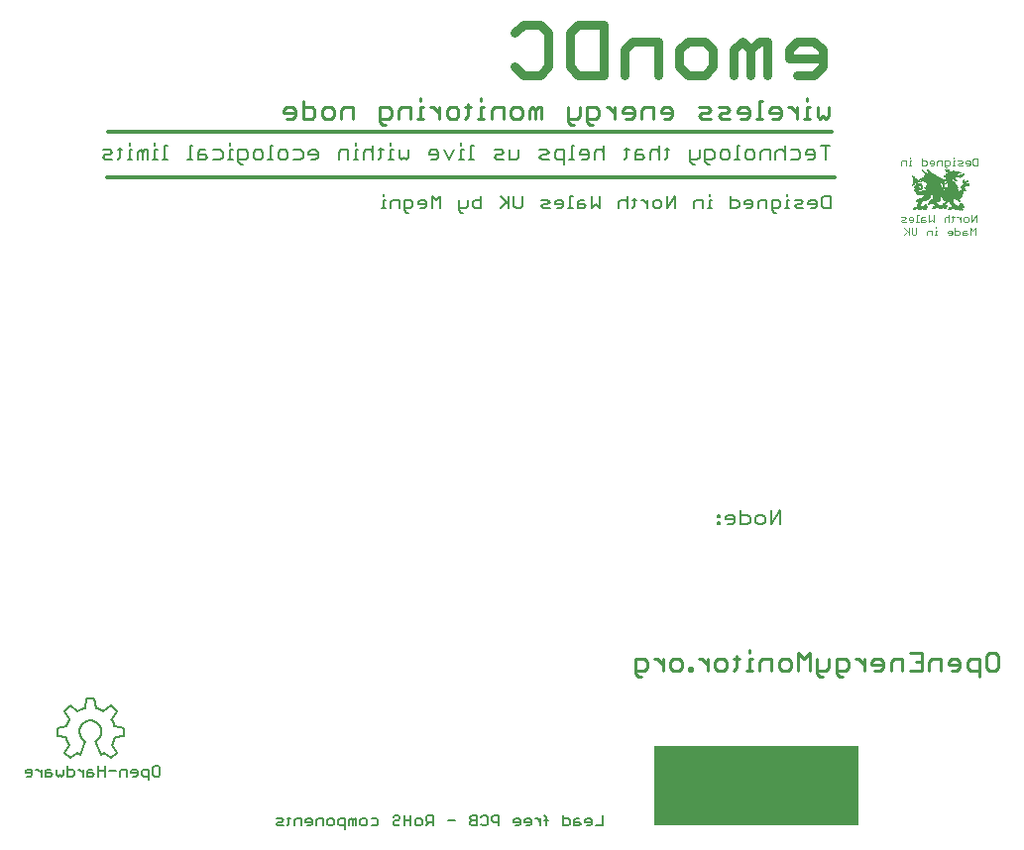
<source format=gbo>
G75*
%MOIN*%
%OFA0B0*%
%FSLAX25Y25*%
%IPPOS*%
%LPD*%
%AMOC8*
5,1,8,0,0,1.08239X$1,22.5*
%
%ADD10C,0.01100*%
%ADD11C,0.00600*%
%ADD12C,0.00400*%
%ADD13R,0.00025X0.00025*%
%ADD14R,0.00050X0.00025*%
%ADD15R,0.00075X0.00025*%
%ADD16R,0.00100X0.00025*%
%ADD17R,0.00225X0.00025*%
%ADD18R,0.00100X0.00025*%
%ADD19R,0.00350X0.00025*%
%ADD20R,0.00150X0.00025*%
%ADD21R,0.00425X0.00025*%
%ADD22R,0.00175X0.00025*%
%ADD23R,0.00500X0.00025*%
%ADD24R,0.00200X0.00025*%
%ADD25R,0.00550X0.00025*%
%ADD26R,0.00025X0.00025*%
%ADD27R,0.00200X0.00025*%
%ADD28R,0.00600X0.00025*%
%ADD29R,0.00250X0.00025*%
%ADD30R,0.00675X0.00025*%
%ADD31R,0.00275X0.00025*%
%ADD32R,0.00725X0.00025*%
%ADD33R,0.00050X0.00025*%
%ADD34R,0.00325X0.00025*%
%ADD35R,0.00775X0.00025*%
%ADD36R,0.00075X0.00025*%
%ADD37R,0.00325X0.00025*%
%ADD38R,0.00825X0.00025*%
%ADD39R,0.00075X0.00025*%
%ADD40R,0.00450X0.00025*%
%ADD41R,0.01200X0.00025*%
%ADD42R,0.00275X0.00025*%
%ADD43R,0.00125X0.00025*%
%ADD44R,0.00125X0.00025*%
%ADD45R,0.00575X0.00025*%
%ADD46R,0.00600X0.00025*%
%ADD47R,0.00025X0.00025*%
%ADD48R,0.01225X0.00025*%
%ADD49R,0.00325X0.00025*%
%ADD50R,0.00150X0.00025*%
%ADD51R,0.00175X0.00025*%
%ADD52R,0.00650X0.00025*%
%ADD53R,0.00825X0.00025*%
%ADD54R,0.01225X0.00025*%
%ADD55R,0.00650X0.00025*%
%ADD56R,0.00350X0.00025*%
%ADD57R,0.00175X0.00025*%
%ADD58R,0.00975X0.00025*%
%ADD59R,0.01050X0.00025*%
%ADD60R,0.01250X0.00025*%
%ADD61R,0.01000X0.00025*%
%ADD62R,0.00400X0.00025*%
%ADD63R,0.00225X0.00025*%
%ADD64R,0.01175X0.00025*%
%ADD65R,0.00125X0.00025*%
%ADD66R,0.01325X0.00025*%
%ADD67R,0.00475X0.00025*%
%ADD68R,0.01025X0.00025*%
%ADD69R,0.01275X0.00025*%
%ADD70R,0.00375X0.00025*%
%ADD71R,0.02750X0.00025*%
%ADD72R,0.00900X0.00025*%
%ADD73R,0.01100X0.00025*%
%ADD74R,0.01400X0.00025*%
%ADD75R,0.00700X0.00025*%
%ADD76R,0.02775X0.00025*%
%ADD77R,0.00950X0.00025*%
%ADD78R,0.01175X0.00025*%
%ADD79R,0.01600X0.00025*%
%ADD80R,0.00725X0.00025*%
%ADD81R,0.02850X0.00025*%
%ADD82R,0.02825X0.00025*%
%ADD83R,0.00750X0.00025*%
%ADD84R,0.02900X0.00025*%
%ADD85R,0.00075X0.00025*%
%ADD86R,0.02850X0.00025*%
%ADD87R,0.00800X0.00025*%
%ADD88R,0.03000X0.00025*%
%ADD89R,0.00250X0.00025*%
%ADD90R,0.00850X0.00025*%
%ADD91R,0.04600X0.00025*%
%ADD92R,0.00875X0.00025*%
%ADD93R,0.04575X0.00025*%
%ADD94R,0.00875X0.00025*%
%ADD95R,0.04550X0.00025*%
%ADD96R,0.00775X0.00025*%
%ADD97R,0.00900X0.00025*%
%ADD98R,0.04475X0.00025*%
%ADD99R,0.00800X0.00025*%
%ADD100R,0.04425X0.00025*%
%ADD101R,0.00825X0.00025*%
%ADD102R,0.00175X0.00025*%
%ADD103R,0.02825X0.00025*%
%ADD104R,0.00925X0.00025*%
%ADD105R,0.04400X0.00025*%
%ADD106R,0.02800X0.00025*%
%ADD107R,0.00950X0.00025*%
%ADD108R,0.04350X0.00025*%
%ADD109R,0.00850X0.00025*%
%ADD110R,0.00750X0.00025*%
%ADD111R,0.00450X0.00025*%
%ADD112R,0.04000X0.00025*%
%ADD113R,0.04250X0.00025*%
%ADD114R,0.01025X0.00025*%
%ADD115R,0.03550X0.00025*%
%ADD116R,0.04150X0.00025*%
%ADD117R,0.01150X0.00025*%
%ADD118R,0.01075X0.00025*%
%ADD119R,0.03525X0.00025*%
%ADD120R,0.03975X0.00025*%
%ADD121R,0.00925X0.00025*%
%ADD122R,0.01275X0.00025*%
%ADD123R,0.01125X0.00025*%
%ADD124R,0.03525X0.00025*%
%ADD125R,0.03800X0.00025*%
%ADD126R,0.02425X0.00025*%
%ADD127R,0.03475X0.00025*%
%ADD128R,0.02525X0.00025*%
%ADD129R,0.02475X0.00025*%
%ADD130R,0.01325X0.00025*%
%ADD131R,0.03475X0.00025*%
%ADD132R,0.02275X0.00025*%
%ADD133R,0.02625X0.00025*%
%ADD134R,0.01575X0.00025*%
%ADD135R,0.00300X0.00025*%
%ADD136R,0.02750X0.00025*%
%ADD137R,0.00625X0.00025*%
%ADD138R,0.01950X0.00025*%
%ADD139R,0.04350X0.00025*%
%ADD140R,0.03050X0.00025*%
%ADD141R,0.01925X0.00025*%
%ADD142R,0.04325X0.00025*%
%ADD143R,0.02925X0.00025*%
%ADD144R,0.01975X0.00025*%
%ADD145R,0.04275X0.00025*%
%ADD146R,0.02925X0.00025*%
%ADD147R,0.00225X0.00025*%
%ADD148R,0.02100X0.00025*%
%ADD149R,0.04200X0.00025*%
%ADD150R,0.03250X0.00025*%
%ADD151R,0.02200X0.00025*%
%ADD152R,0.04150X0.00025*%
%ADD153R,0.03200X0.00025*%
%ADD154R,0.02450X0.00025*%
%ADD155R,0.04100X0.00025*%
%ADD156R,0.03200X0.00025*%
%ADD157R,0.03125X0.00025*%
%ADD158R,0.03175X0.00025*%
%ADD159R,0.03175X0.00025*%
%ADD160R,0.03750X0.00025*%
%ADD161R,0.03150X0.00025*%
%ADD162R,0.03225X0.00025*%
%ADD163R,0.03750X0.00025*%
%ADD164R,0.03150X0.00025*%
%ADD165R,0.02725X0.00025*%
%ADD166R,0.03275X0.00025*%
%ADD167R,0.02700X0.00025*%
%ADD168R,0.01825X0.00025*%
%ADD169R,0.01225X0.00025*%
%ADD170R,0.03300X0.00025*%
%ADD171R,0.02675X0.00025*%
%ADD172R,0.03725X0.00025*%
%ADD173R,0.02675X0.00025*%
%ADD174R,0.01075X0.00025*%
%ADD175R,0.01000X0.00025*%
%ADD176R,0.02775X0.00025*%
%ADD177R,0.00525X0.00025*%
%ADD178R,0.03775X0.00025*%
%ADD179R,0.02925X0.00025*%
%ADD180R,0.00300X0.00025*%
%ADD181R,0.00425X0.00025*%
%ADD182R,0.03775X0.00025*%
%ADD183R,0.02975X0.00025*%
%ADD184R,0.00425X0.00025*%
%ADD185R,0.00575X0.00025*%
%ADD186R,0.03100X0.00025*%
%ADD187R,0.01025X0.00025*%
%ADD188R,0.00675X0.00025*%
%ADD189R,0.02800X0.00025*%
%ADD190R,0.03225X0.00025*%
%ADD191R,0.01750X0.00025*%
%ADD192R,0.03275X0.00025*%
%ADD193R,0.00725X0.00025*%
%ADD194R,0.01575X0.00025*%
%ADD195R,0.03350X0.00025*%
%ADD196R,0.00700X0.00025*%
%ADD197R,0.01550X0.00025*%
%ADD198R,0.01575X0.00025*%
%ADD199R,0.01600X0.00025*%
%ADD200R,0.01500X0.00025*%
%ADD201R,0.01475X0.00025*%
%ADD202R,0.01550X0.00025*%
%ADD203R,0.00625X0.00025*%
%ADD204R,0.01475X0.00025*%
%ADD205R,0.01425X0.00025*%
%ADD206R,0.01450X0.00025*%
%ADD207R,0.01475X0.00025*%
%ADD208R,0.01425X0.00025*%
%ADD209R,0.01425X0.00025*%
%ADD210R,0.00675X0.00025*%
%ADD211R,0.01700X0.00025*%
%ADD212R,0.01425X0.00025*%
%ADD213R,0.00675X0.00025*%
%ADD214R,0.01450X0.00025*%
%ADD215R,0.01650X0.00025*%
%ADD216R,0.01400X0.00025*%
%ADD217R,0.01625X0.00025*%
%ADD218R,0.01500X0.00025*%
%ADD219R,0.00025X0.00025*%
%ADD220R,0.00625X0.00025*%
%ADD221R,0.01375X0.00025*%
%ADD222R,0.00825X0.00025*%
%ADD223R,0.01375X0.00025*%
%ADD224R,0.00625X0.00025*%
%ADD225R,0.01375X0.00025*%
%ADD226R,0.00775X0.00025*%
%ADD227R,0.01350X0.00025*%
%ADD228R,0.01350X0.00025*%
%ADD229R,0.01025X0.00025*%
%ADD230R,0.00575X0.00025*%
%ADD231R,0.00550X0.00025*%
%ADD232R,0.00475X0.00025*%
%ADD233R,0.01050X0.00025*%
%ADD234R,0.00525X0.00025*%
%ADD235R,0.00500X0.00025*%
%ADD236R,0.01325X0.00025*%
%ADD237R,0.01525X0.00025*%
%ADD238R,0.01300X0.00025*%
%ADD239R,0.01300X0.00025*%
%ADD240R,0.00275X0.00025*%
%ADD241R,0.01075X0.00025*%
%ADD242R,0.00275X0.00025*%
%ADD243R,0.01075X0.00025*%
%ADD244R,0.01675X0.00025*%
%ADD245R,0.01725X0.00025*%
%ADD246R,0.00225X0.00025*%
%ADD247R,0.01800X0.00025*%
%ADD248R,0.01100X0.00025*%
%ADD249R,0.01875X0.00025*%
%ADD250R,0.01325X0.00025*%
%ADD251R,0.01900X0.00025*%
%ADD252R,0.02000X0.00025*%
%ADD253R,0.00525X0.00025*%
%ADD254R,0.01125X0.00025*%
%ADD255R,0.00125X0.00025*%
%ADD256R,0.02725X0.00025*%
%ADD257R,0.01125X0.00025*%
%ADD258R,0.02725X0.00025*%
%ADD259R,0.01150X0.00025*%
%ADD260R,0.02675X0.00025*%
%ADD261R,0.02650X0.00025*%
%ADD262R,0.02650X0.00025*%
%ADD263R,0.01175X0.00025*%
%ADD264R,0.02600X0.00025*%
%ADD265R,0.02600X0.00025*%
%ADD266R,0.01200X0.00025*%
%ADD267R,0.01225X0.00025*%
%ADD268R,0.00375X0.00025*%
%ADD269R,0.02550X0.00025*%
%ADD270R,0.01275X0.00025*%
%ADD271R,0.02550X0.00025*%
%ADD272R,0.00400X0.00025*%
%ADD273R,0.02525X0.00025*%
%ADD274R,0.00425X0.00025*%
%ADD275R,0.02500X0.00025*%
%ADD276R,0.02475X0.00025*%
%ADD277R,0.01525X0.00025*%
%ADD278R,0.02450X0.00025*%
%ADD279R,0.01525X0.00025*%
%ADD280R,0.02425X0.00025*%
%ADD281R,0.01625X0.00025*%
%ADD282R,0.02425X0.00025*%
%ADD283R,0.02400X0.00025*%
%ADD284R,0.01475X0.00025*%
%ADD285R,0.02400X0.00025*%
%ADD286R,0.01575X0.00025*%
%ADD287R,0.02500X0.00025*%
%ADD288R,0.03050X0.00025*%
%ADD289R,0.03075X0.00025*%
%ADD290R,0.02275X0.00025*%
%ADD291R,0.03075X0.00025*%
%ADD292R,0.03075X0.00025*%
%ADD293R,0.02325X0.00025*%
%ADD294R,0.02525X0.00025*%
%ADD295R,0.02350X0.00025*%
%ADD296R,0.03100X0.00025*%
%ADD297R,0.00475X0.00025*%
%ADD298R,0.03125X0.00025*%
%ADD299R,0.03125X0.00025*%
%ADD300R,0.02875X0.00025*%
%ADD301R,0.02625X0.00025*%
%ADD302R,0.02875X0.00025*%
%ADD303R,0.03025X0.00025*%
%ADD304R,0.00575X0.00025*%
%ADD305R,0.03225X0.00025*%
%ADD306R,0.03075X0.00025*%
%ADD307R,0.03300X0.00025*%
%ADD308R,0.03125X0.00025*%
%ADD309R,0.03325X0.00025*%
%ADD310R,0.03375X0.00025*%
%ADD311R,0.03000X0.00025*%
%ADD312R,0.03400X0.00025*%
%ADD313R,0.03400X0.00025*%
%ADD314R,0.03425X0.00025*%
%ADD315R,0.03250X0.00025*%
%ADD316R,0.02950X0.00025*%
%ADD317R,0.03425X0.00025*%
%ADD318R,0.03275X0.00025*%
%ADD319R,0.03450X0.00025*%
%ADD320R,0.02900X0.00025*%
%ADD321R,0.03425X0.00025*%
%ADD322R,0.03325X0.00025*%
%ADD323R,0.03350X0.00025*%
%ADD324R,0.03375X0.00025*%
%ADD325R,0.03500X0.00025*%
%ADD326R,0.03325X0.00025*%
%ADD327R,0.03550X0.00025*%
%ADD328R,0.03625X0.00025*%
%ADD329R,0.02725X0.00025*%
%ADD330R,0.03650X0.00025*%
%ADD331R,0.02700X0.00025*%
%ADD332R,0.01625X0.00025*%
%ADD333R,0.02675X0.00025*%
%ADD334R,0.01675X0.00025*%
%ADD335R,0.03775X0.00025*%
%ADD336R,0.01725X0.00025*%
%ADD337R,0.03825X0.00025*%
%ADD338R,0.01775X0.00025*%
%ADD339R,0.03875X0.00025*%
%ADD340R,0.02925X0.00025*%
%ADD341R,0.01850X0.00025*%
%ADD342R,0.03925X0.00025*%
%ADD343R,0.05875X0.00025*%
%ADD344R,0.02575X0.00025*%
%ADD345R,0.05925X0.00025*%
%ADD346R,0.02575X0.00025*%
%ADD347R,0.06000X0.00025*%
%ADD348R,0.02575X0.00025*%
%ADD349R,0.06025X0.00025*%
%ADD350R,0.06075X0.00025*%
%ADD351R,0.06125X0.00025*%
%ADD352R,0.06200X0.00025*%
%ADD353R,0.06250X0.00025*%
%ADD354R,0.06300X0.00025*%
%ADD355R,0.06350X0.00025*%
%ADD356R,0.02575X0.00025*%
%ADD357R,0.06425X0.00025*%
%ADD358R,0.06450X0.00025*%
%ADD359R,0.02475X0.00025*%
%ADD360R,0.06500X0.00025*%
%ADD361R,0.06550X0.00025*%
%ADD362R,0.06625X0.00025*%
%ADD363R,0.06700X0.00025*%
%ADD364R,0.06775X0.00025*%
%ADD365R,0.02375X0.00025*%
%ADD366R,0.06850X0.00025*%
%ADD367R,0.02375X0.00025*%
%ADD368R,0.06900X0.00025*%
%ADD369R,0.07000X0.00025*%
%ADD370R,0.02350X0.00025*%
%ADD371R,0.02325X0.00025*%
%ADD372R,0.07125X0.00025*%
%ADD373R,0.02300X0.00025*%
%ADD374R,0.09525X0.00025*%
%ADD375R,0.09550X0.00025*%
%ADD376R,0.02250X0.00025*%
%ADD377R,0.09550X0.00025*%
%ADD378R,0.02225X0.00025*%
%ADD379R,0.09600X0.00025*%
%ADD380R,0.02225X0.00025*%
%ADD381R,0.09600X0.00025*%
%ADD382R,0.09625X0.00025*%
%ADD383R,0.02175X0.00025*%
%ADD384R,0.09625X0.00025*%
%ADD385R,0.02150X0.00025*%
%ADD386R,0.09675X0.00025*%
%ADD387R,0.02150X0.00025*%
%ADD388R,0.09675X0.00025*%
%ADD389R,0.02125X0.00025*%
%ADD390R,0.09700X0.00025*%
%ADD391R,0.02100X0.00025*%
%ADD392R,0.09725X0.00025*%
%ADD393R,0.02075X0.00025*%
%ADD394R,0.09750X0.00025*%
%ADD395R,0.02050X0.00025*%
%ADD396R,0.09775X0.00025*%
%ADD397R,0.02050X0.00025*%
%ADD398R,0.09775X0.00025*%
%ADD399R,0.09825X0.00025*%
%ADD400R,0.09825X0.00025*%
%ADD401R,0.09875X0.00025*%
%ADD402R,0.09900X0.00025*%
%ADD403R,0.09900X0.00025*%
%ADD404R,0.09950X0.00025*%
%ADD405R,0.09975X0.00025*%
%ADD406R,0.10025X0.00025*%
%ADD407R,0.10075X0.00025*%
%ADD408R,0.10100X0.00025*%
%ADD409R,0.02125X0.00025*%
%ADD410R,0.10125X0.00025*%
%ADD411R,0.02125X0.00025*%
%ADD412R,0.10175X0.00025*%
%ADD413R,0.10200X0.00025*%
%ADD414R,0.02175X0.00025*%
%ADD415R,0.10275X0.00025*%
%ADD416R,0.10325X0.00025*%
%ADD417R,0.10400X0.00025*%
%ADD418R,0.02300X0.00025*%
%ADD419R,0.12725X0.00025*%
%ADD420R,0.12725X0.00025*%
%ADD421R,0.01800X0.00025*%
%ADD422R,0.02025X0.00025*%
%ADD423R,0.12725X0.00025*%
%ADD424R,0.15225X0.00025*%
%ADD425R,0.15275X0.00025*%
%ADD426R,0.15325X0.00025*%
%ADD427R,0.15400X0.00025*%
%ADD428R,0.15425X0.00025*%
%ADD429R,0.15475X0.00025*%
%ADD430R,0.15500X0.00025*%
%ADD431R,0.15550X0.00025*%
%ADD432R,0.15600X0.00025*%
%ADD433R,0.15625X0.00025*%
%ADD434R,0.15650X0.00025*%
%ADD435R,0.15675X0.00025*%
%ADD436R,0.15750X0.00025*%
%ADD437R,0.15775X0.00025*%
%ADD438R,0.15800X0.00025*%
%ADD439R,0.15800X0.00025*%
%ADD440R,0.15825X0.00025*%
%ADD441R,0.15875X0.00025*%
%ADD442R,0.15900X0.00025*%
%ADD443R,0.15925X0.00025*%
%ADD444R,0.15925X0.00025*%
%ADD445R,0.03700X0.00025*%
%ADD446R,0.12250X0.00025*%
%ADD447R,0.12250X0.00025*%
%ADD448R,0.03725X0.00025*%
%ADD449R,0.12225X0.00025*%
%ADD450R,0.03775X0.00025*%
%ADD451R,0.02025X0.00025*%
%ADD452R,0.02075X0.00025*%
%ADD453R,0.02075X0.00025*%
%ADD454R,0.12225X0.00025*%
%ADD455R,0.12200X0.00025*%
%ADD456R,0.12225X0.00025*%
%ADD457R,0.12175X0.00025*%
%ADD458R,0.12175X0.00025*%
%ADD459R,0.02175X0.00025*%
%ADD460R,0.09675X0.00025*%
%ADD461R,0.02200X0.00025*%
%ADD462R,0.00325X0.00025*%
%ADD463R,0.02225X0.00025*%
%ADD464R,0.09375X0.00025*%
%ADD465R,0.09175X0.00025*%
%ADD466R,0.00525X0.00025*%
%ADD467R,0.00975X0.00025*%
%ADD468R,0.08975X0.00025*%
%ADD469R,0.08775X0.00025*%
%ADD470R,0.08225X0.00025*%
%ADD471R,0.01275X0.00025*%
%ADD472R,0.00925X0.00025*%
%ADD473R,0.07000X0.00025*%
%ADD474R,0.06700X0.00025*%
%ADD475R,0.06400X0.00025*%
%ADD476R,0.06275X0.00025*%
%ADD477R,0.06150X0.00025*%
%ADD478R,0.06050X0.00025*%
%ADD479R,0.05950X0.00025*%
%ADD480R,0.05875X0.00025*%
%ADD481R,0.00975X0.00025*%
%ADD482R,0.03625X0.00025*%
%ADD483R,0.05775X0.00025*%
%ADD484R,0.03950X0.00025*%
%ADD485R,0.05675X0.00025*%
%ADD486R,0.04225X0.00025*%
%ADD487R,0.05600X0.00025*%
%ADD488R,0.04325X0.00025*%
%ADD489R,0.05550X0.00025*%
%ADD490R,0.04425X0.00025*%
%ADD491R,0.05475X0.00025*%
%ADD492R,0.04500X0.00025*%
%ADD493R,0.05400X0.00025*%
%ADD494R,0.00925X0.00025*%
%ADD495R,0.05300X0.00025*%
%ADD496R,0.04625X0.00025*%
%ADD497R,0.05225X0.00025*%
%ADD498R,0.04675X0.00025*%
%ADD499R,0.05175X0.00025*%
%ADD500R,0.04725X0.00025*%
%ADD501R,0.05100X0.00025*%
%ADD502R,0.04750X0.00025*%
%ADD503R,0.05025X0.00025*%
%ADD504R,0.04800X0.00025*%
%ADD505R,0.04975X0.00025*%
%ADD506R,0.04825X0.00025*%
%ADD507R,0.04900X0.00025*%
%ADD508R,0.04850X0.00025*%
%ADD509R,0.04875X0.00025*%
%ADD510R,0.04875X0.00025*%
%ADD511R,0.04675X0.00025*%
%ADD512R,0.01525X0.00025*%
%ADD513R,0.04925X0.00025*%
%ADD514R,0.04525X0.00025*%
%ADD515R,0.04950X0.00025*%
%ADD516R,0.04475X0.00025*%
%ADD517R,0.00375X0.00025*%
%ADD518R,0.04950X0.00025*%
%ADD519R,0.04425X0.00025*%
%ADD520R,0.04975X0.00025*%
%ADD521R,0.04500X0.00025*%
%ADD522R,0.00375X0.00025*%
%ADD523R,0.05000X0.00025*%
%ADD524R,0.01650X0.00025*%
%ADD525R,0.05000X0.00025*%
%ADD526R,0.05125X0.00025*%
%ADD527R,0.00725X0.00025*%
%ADD528R,0.05025X0.00025*%
%ADD529R,0.01125X0.00025*%
%ADD530R,0.05050X0.00025*%
%ADD531R,0.04925X0.00025*%
%ADD532R,0.05050X0.00025*%
%ADD533R,0.04825X0.00025*%
%ADD534R,0.03575X0.00025*%
%ADD535R,0.04650X0.00025*%
%ADD536R,0.04575X0.00025*%
%ADD537R,0.04450X0.00025*%
%ADD538R,0.04375X0.00025*%
%ADD539R,0.00975X0.00025*%
%ADD540R,0.04175X0.00025*%
%ADD541R,0.04100X0.00025*%
%ADD542R,0.04025X0.00025*%
%ADD543R,0.03175X0.00025*%
%ADD544R,0.03175X0.00025*%
%ADD545R,0.03700X0.00025*%
%ADD546R,0.03625X0.00025*%
%ADD547R,0.00875X0.00025*%
%ADD548R,0.02825X0.00025*%
%ADD549R,0.03575X0.00025*%
%ADD550R,0.00875X0.00025*%
%ADD551R,0.01175X0.00025*%
%ADD552R,0.03500X0.00025*%
%ADD553R,0.01875X0.00025*%
%ADD554R,0.01950X0.00025*%
%ADD555R,0.01775X0.00025*%
%ADD556R,0.03275X0.00025*%
%ADD557R,0.02125X0.00025*%
%ADD558R,0.02325X0.00025*%
%ADD559R,0.02975X0.00025*%
%ADD560R,0.01375X0.00025*%
%ADD561R,0.02375X0.00025*%
%ADD562R,0.02025X0.00025*%
%ADD563R,0.02825X0.00025*%
%ADD564R,0.03575X0.00025*%
%ADD565R,0.02025X0.00025*%
%ADD566R,0.04200X0.00025*%
%ADD567R,0.04400X0.00025*%
%ADD568R,0.02250X0.00025*%
%ADD569R,0.01925X0.00025*%
%ADD570R,0.02175X0.00025*%
%ADD571R,0.02775X0.00025*%
%ADD572R,0.04575X0.00025*%
%ADD573R,0.01825X0.00025*%
%ADD574R,0.04525X0.00025*%
%ADD575R,0.01775X0.00025*%
%ADD576R,0.04375X0.00025*%
%ADD577R,0.04325X0.00025*%
%ADD578R,0.04050X0.00025*%
%ADD579R,0.02775X0.00025*%
%ADD580R,0.03925X0.00025*%
%ADD581R,0.03875X0.00025*%
%ADD582R,0.03800X0.00025*%
%ADD583R,0.03675X0.00025*%
%ADD584R,0.03625X0.00025*%
%ADD585R,0.03600X0.00025*%
%ADD586R,0.02875X0.00025*%
%ADD587R,0.03475X0.00025*%
%ADD588R,0.03375X0.00025*%
%ADD589R,0.03025X0.00025*%
%ADD590R,0.02950X0.00025*%
%ADD591R,0.02325X0.00025*%
%ADD592R,0.01875X0.00025*%
%ADD593R,0.01925X0.00025*%
%ADD594R,0.01250X0.00025*%
%ADD595R,0.01900X0.00025*%
%ADD596R,0.01875X0.00025*%
%ADD597R,0.02075X0.00025*%
%ADD598R,0.01700X0.00025*%
%ADD599R,0.01675X0.00025*%
%ADD600R,0.01725X0.00025*%
%ADD601R,0.01750X0.00025*%
%ADD602R,0.03925X0.00025*%
%ADD603R,0.01850X0.00025*%
%ADD604R,0.04775X0.00025*%
%ADD605R,0.02525X0.00025*%
%ADD606R,0.01975X0.00025*%
%ADD607R,0.02475X0.00025*%
%ADD608R,0.05025X0.00025*%
%ADD609R,0.05100X0.00025*%
%ADD610R,0.05175X0.00025*%
%ADD611R,0.05275X0.00025*%
%ADD612R,0.05350X0.00025*%
%ADD613R,0.05375X0.00025*%
%ADD614R,0.05075X0.00025*%
%ADD615R,0.04725X0.00025*%
%ADD616R,0.02000X0.00025*%
%ADD617R,0.04325X0.00025*%
%ADD618R,0.01975X0.00025*%
%ADD619R,0.04225X0.00025*%
%ADD620R,0.04125X0.00025*%
%ADD621R,0.04050X0.00025*%
%ADD622R,0.03975X0.00025*%
%ADD623R,0.03325X0.00025*%
%ADD624R,0.02875X0.00025*%
%ADD625R,0.01825X0.00025*%
%ADD626R,0.01825X0.00025*%
%ADD627R,0.02275X0.00025*%
%ADD628R,0.00475X0.00025*%
%ADD629R,0.05175X0.00025*%
%ADD630R,0.05325X0.00025*%
%ADD631R,0.05975X0.00025*%
%ADD632R,0.01725X0.00025*%
%ADD633R,0.06000X0.00025*%
%ADD634R,0.04125X0.00025*%
%ADD635R,0.01675X0.00025*%
%ADD636R,0.00025X0.00025*%
%ADD637R,0.01625X0.00025*%
%ADD638R,0.01775X0.00025*%
%ADD639R,0.04175X0.00025*%
%ADD640C,0.01200*%
%ADD641C,0.03000*%
%ADD642C,0.00800*%
%ADD643R,0.69000X0.27000*%
D10*
X0291673Y0130597D02*
X0291673Y0135518D01*
X0294625Y0135518D01*
X0295609Y0134534D01*
X0295609Y0132565D01*
X0294625Y0131581D01*
X0291673Y0131581D01*
X0291673Y0130597D02*
X0292657Y0129613D01*
X0293641Y0129613D01*
X0300981Y0131581D02*
X0300981Y0135518D01*
X0300981Y0133550D02*
X0299012Y0135518D01*
X0298028Y0135518D01*
X0303489Y0134534D02*
X0304474Y0135518D01*
X0306442Y0135518D01*
X0307426Y0134534D01*
X0307426Y0132565D01*
X0306442Y0131581D01*
X0304474Y0131581D01*
X0303489Y0132565D01*
X0303489Y0134534D01*
X0309665Y0132565D02*
X0309665Y0131581D01*
X0310649Y0131581D01*
X0310649Y0132565D01*
X0309665Y0132565D01*
X0313068Y0135518D02*
X0314052Y0135518D01*
X0316020Y0133550D01*
X0316020Y0135518D02*
X0316020Y0131581D01*
X0318529Y0132565D02*
X0318529Y0134534D01*
X0319513Y0135518D01*
X0321481Y0135518D01*
X0322466Y0134534D01*
X0322466Y0132565D01*
X0321481Y0131581D01*
X0319513Y0131581D01*
X0318529Y0132565D01*
X0324794Y0131581D02*
X0325778Y0132565D01*
X0325778Y0136502D01*
X0324794Y0135518D02*
X0326763Y0135518D01*
X0330075Y0135518D02*
X0330075Y0131581D01*
X0329091Y0131581D02*
X0331060Y0131581D01*
X0333568Y0131581D02*
X0333568Y0134534D01*
X0334553Y0135518D01*
X0337505Y0135518D01*
X0337505Y0131581D01*
X0340014Y0132565D02*
X0340014Y0134534D01*
X0340998Y0135518D01*
X0342966Y0135518D01*
X0343951Y0134534D01*
X0343951Y0132565D01*
X0342966Y0131581D01*
X0340998Y0131581D01*
X0340014Y0132565D01*
X0346459Y0131581D02*
X0346459Y0137486D01*
X0348428Y0135518D01*
X0350396Y0137486D01*
X0350396Y0131581D01*
X0352905Y0131581D02*
X0355857Y0131581D01*
X0356842Y0132565D01*
X0356842Y0135518D01*
X0359350Y0135518D02*
X0362303Y0135518D01*
X0363287Y0134534D01*
X0363287Y0132565D01*
X0362303Y0131581D01*
X0359350Y0131581D01*
X0359350Y0130597D02*
X0359350Y0135518D01*
X0365706Y0135518D02*
X0366690Y0135518D01*
X0368658Y0133550D01*
X0368658Y0135518D02*
X0368658Y0131581D01*
X0371167Y0133550D02*
X0375104Y0133550D01*
X0375104Y0134534D02*
X0374120Y0135518D01*
X0372151Y0135518D01*
X0371167Y0134534D01*
X0371167Y0133550D01*
X0372151Y0131581D02*
X0374120Y0131581D01*
X0375104Y0132565D01*
X0375104Y0134534D01*
X0377613Y0134534D02*
X0377613Y0131581D01*
X0377613Y0134534D02*
X0378597Y0135518D01*
X0381549Y0135518D01*
X0381549Y0131581D01*
X0384058Y0131581D02*
X0387995Y0131581D01*
X0387995Y0137486D01*
X0384058Y0137486D01*
X0386026Y0134534D02*
X0387995Y0134534D01*
X0390504Y0134534D02*
X0391488Y0135518D01*
X0394440Y0135518D01*
X0394440Y0131581D01*
X0396949Y0133550D02*
X0400886Y0133550D01*
X0400886Y0134534D02*
X0399902Y0135518D01*
X0397933Y0135518D01*
X0396949Y0134534D01*
X0396949Y0133550D01*
X0397933Y0131581D02*
X0399902Y0131581D01*
X0400886Y0132565D01*
X0400886Y0134534D01*
X0403395Y0134534D02*
X0404379Y0135518D01*
X0407331Y0135518D01*
X0407331Y0129613D01*
X0407331Y0131581D02*
X0404379Y0131581D01*
X0403395Y0132565D01*
X0403395Y0134534D01*
X0409840Y0136502D02*
X0409840Y0132565D01*
X0410824Y0131581D01*
X0412793Y0131581D01*
X0413777Y0132565D01*
X0413777Y0136502D01*
X0412793Y0137486D01*
X0410824Y0137486D01*
X0409840Y0136502D01*
X0390504Y0134534D02*
X0390504Y0131581D01*
X0361319Y0129613D02*
X0360335Y0129613D01*
X0359350Y0130597D01*
X0354873Y0129613D02*
X0353889Y0129613D01*
X0352905Y0130597D01*
X0352905Y0135518D01*
X0331060Y0135518D02*
X0330075Y0135518D01*
X0330075Y0137486D02*
X0330075Y0138471D01*
X0277544Y0315315D02*
X0276560Y0315315D01*
X0275576Y0316299D01*
X0275576Y0321220D01*
X0278528Y0321220D01*
X0279513Y0320236D01*
X0279513Y0318267D01*
X0278528Y0317283D01*
X0275576Y0317283D01*
X0273067Y0318267D02*
X0272083Y0317283D01*
X0269130Y0317283D01*
X0269130Y0316299D02*
X0270115Y0315315D01*
X0271099Y0315315D01*
X0269130Y0316299D02*
X0269130Y0321220D01*
X0273067Y0321220D02*
X0273067Y0318267D01*
X0281931Y0321220D02*
X0282916Y0321220D01*
X0284884Y0319251D01*
X0284884Y0317283D02*
X0284884Y0321220D01*
X0287393Y0320236D02*
X0288377Y0321220D01*
X0290345Y0321220D01*
X0291329Y0320236D01*
X0291329Y0318267D01*
X0290345Y0317283D01*
X0288377Y0317283D01*
X0287393Y0319251D02*
X0291329Y0319251D01*
X0293838Y0320236D02*
X0293838Y0317283D01*
X0293838Y0320236D02*
X0294822Y0321220D01*
X0297775Y0321220D01*
X0297775Y0317283D01*
X0300284Y0319251D02*
X0304220Y0319251D01*
X0304220Y0318267D02*
X0304220Y0320236D01*
X0303236Y0321220D01*
X0301268Y0321220D01*
X0300284Y0320236D01*
X0300284Y0319251D01*
X0301268Y0317283D02*
X0303236Y0317283D01*
X0304220Y0318267D01*
X0313175Y0318267D02*
X0314159Y0319251D01*
X0316127Y0319251D01*
X0317111Y0320236D01*
X0316127Y0321220D01*
X0313175Y0321220D01*
X0313175Y0318267D02*
X0314159Y0317283D01*
X0317111Y0317283D01*
X0319620Y0318267D02*
X0320604Y0319251D01*
X0322573Y0319251D01*
X0323557Y0320236D01*
X0322573Y0321220D01*
X0319620Y0321220D01*
X0319620Y0318267D02*
X0320604Y0317283D01*
X0323557Y0317283D01*
X0326066Y0319251D02*
X0330002Y0319251D01*
X0330002Y0318267D02*
X0330002Y0320236D01*
X0329018Y0321220D01*
X0327050Y0321220D01*
X0326066Y0320236D01*
X0326066Y0319251D01*
X0327050Y0317283D02*
X0329018Y0317283D01*
X0330002Y0318267D01*
X0332331Y0317283D02*
X0334299Y0317283D01*
X0333315Y0317283D02*
X0333315Y0323188D01*
X0334299Y0323188D01*
X0336808Y0320236D02*
X0337792Y0321220D01*
X0339761Y0321220D01*
X0340745Y0320236D01*
X0340745Y0318267D01*
X0339761Y0317283D01*
X0337792Y0317283D01*
X0336808Y0319251D02*
X0340745Y0319251D01*
X0343164Y0321220D02*
X0344148Y0321220D01*
X0346116Y0319251D01*
X0346116Y0317283D02*
X0346116Y0321220D01*
X0349429Y0321220D02*
X0349429Y0317283D01*
X0350413Y0317283D02*
X0348445Y0317283D01*
X0349429Y0321220D02*
X0350413Y0321220D01*
X0349429Y0323188D02*
X0349429Y0324172D01*
X0352922Y0321220D02*
X0352922Y0318267D01*
X0353906Y0317283D01*
X0354890Y0318267D01*
X0355874Y0317283D01*
X0356859Y0318267D01*
X0356859Y0321220D01*
X0336808Y0320236D02*
X0336808Y0319251D01*
X0287393Y0319251D02*
X0287393Y0320236D01*
X0260176Y0321220D02*
X0260176Y0317283D01*
X0258208Y0317283D02*
X0258208Y0320236D01*
X0257224Y0321220D01*
X0256239Y0320236D01*
X0256239Y0317283D01*
X0253731Y0318267D02*
X0252747Y0317283D01*
X0250778Y0317283D01*
X0249794Y0318267D01*
X0249794Y0320236D01*
X0250778Y0321220D01*
X0252747Y0321220D01*
X0253731Y0320236D01*
X0253731Y0318267D01*
X0258208Y0320236D02*
X0259192Y0321220D01*
X0260176Y0321220D01*
X0247285Y0321220D02*
X0247285Y0317283D01*
X0243348Y0317283D02*
X0243348Y0320236D01*
X0244333Y0321220D01*
X0247285Y0321220D01*
X0240840Y0321220D02*
X0239856Y0321220D01*
X0239856Y0317283D01*
X0240840Y0317283D02*
X0238871Y0317283D01*
X0235559Y0318267D02*
X0234574Y0317283D01*
X0235559Y0318267D02*
X0235559Y0322204D01*
X0236543Y0321220D02*
X0234574Y0321220D01*
X0232246Y0320236D02*
X0232246Y0318267D01*
X0231262Y0317283D01*
X0229293Y0317283D01*
X0228309Y0318267D01*
X0228309Y0320236D01*
X0229293Y0321220D01*
X0231262Y0321220D01*
X0232246Y0320236D01*
X0225800Y0321220D02*
X0225800Y0317283D01*
X0225800Y0319251D02*
X0223832Y0321220D01*
X0222848Y0321220D01*
X0220429Y0321220D02*
X0219445Y0321220D01*
X0219445Y0317283D01*
X0220429Y0317283D02*
X0218461Y0317283D01*
X0216132Y0317283D02*
X0216132Y0321220D01*
X0213179Y0321220D01*
X0212195Y0320236D01*
X0212195Y0317283D01*
X0209686Y0318267D02*
X0208702Y0317283D01*
X0205750Y0317283D01*
X0205750Y0316299D02*
X0205750Y0321220D01*
X0208702Y0321220D01*
X0209686Y0320236D01*
X0209686Y0318267D01*
X0207718Y0315315D02*
X0206734Y0315315D01*
X0205750Y0316299D01*
X0196795Y0317283D02*
X0196795Y0321220D01*
X0193843Y0321220D01*
X0192859Y0320236D01*
X0192859Y0317283D01*
X0190350Y0318267D02*
X0189366Y0317283D01*
X0187397Y0317283D01*
X0186413Y0318267D01*
X0186413Y0320236D01*
X0187397Y0321220D01*
X0189366Y0321220D01*
X0190350Y0320236D01*
X0190350Y0318267D01*
X0183904Y0318267D02*
X0183904Y0320236D01*
X0182920Y0321220D01*
X0179968Y0321220D01*
X0179968Y0323188D02*
X0179968Y0317283D01*
X0182920Y0317283D01*
X0183904Y0318267D01*
X0177459Y0318267D02*
X0177459Y0320236D01*
X0176475Y0321220D01*
X0174506Y0321220D01*
X0173522Y0320236D01*
X0173522Y0319251D01*
X0177459Y0319251D01*
X0177459Y0318267D02*
X0176475Y0317283D01*
X0174506Y0317283D01*
X0219445Y0323188D02*
X0219445Y0324172D01*
X0239856Y0324172D02*
X0239856Y0323188D01*
D11*
X0171570Y0080684D02*
X0171002Y0080117D01*
X0171570Y0079549D01*
X0173271Y0079549D01*
X0172704Y0080684D02*
X0173271Y0081251D01*
X0172704Y0081818D01*
X0171002Y0081818D01*
X0171570Y0080684D02*
X0172704Y0080684D01*
X0174592Y0081818D02*
X0175726Y0081818D01*
X0175159Y0082385D02*
X0175159Y0080117D01*
X0174592Y0079549D01*
X0177141Y0079549D02*
X0177141Y0081251D01*
X0177708Y0081818D01*
X0179410Y0081818D01*
X0179410Y0079549D01*
X0180824Y0080684D02*
X0183093Y0080684D01*
X0183093Y0081251D02*
X0182526Y0081818D01*
X0181391Y0081818D01*
X0180824Y0081251D01*
X0180824Y0080684D01*
X0181391Y0079549D02*
X0182526Y0079549D01*
X0183093Y0080117D01*
X0183093Y0081251D01*
X0184507Y0081251D02*
X0184507Y0079549D01*
X0184507Y0081251D02*
X0185074Y0081818D01*
X0186776Y0081818D01*
X0186776Y0079549D01*
X0188190Y0080117D02*
X0188190Y0081251D01*
X0188758Y0081818D01*
X0189892Y0081818D01*
X0190459Y0081251D01*
X0190459Y0080117D01*
X0189892Y0079549D01*
X0188758Y0079549D01*
X0188190Y0080117D01*
X0191874Y0080117D02*
X0191874Y0081251D01*
X0192441Y0081818D01*
X0194142Y0081818D01*
X0194142Y0078415D01*
X0194142Y0079549D02*
X0192441Y0079549D01*
X0191874Y0080117D01*
X0195557Y0079549D02*
X0195557Y0081251D01*
X0196124Y0081818D01*
X0196691Y0081251D01*
X0196691Y0079549D01*
X0197825Y0079549D02*
X0197825Y0081818D01*
X0197258Y0081818D01*
X0196691Y0081251D01*
X0199240Y0081251D02*
X0199240Y0080117D01*
X0199807Y0079549D01*
X0200941Y0079549D01*
X0201508Y0080117D01*
X0201508Y0081251D01*
X0200941Y0081818D01*
X0199807Y0081818D01*
X0199240Y0081251D01*
X0202923Y0081818D02*
X0204624Y0081818D01*
X0205192Y0081251D01*
X0205192Y0080117D01*
X0204624Y0079549D01*
X0202923Y0079549D01*
X0210289Y0080117D02*
X0210289Y0080684D01*
X0210856Y0081251D01*
X0211991Y0081251D01*
X0212558Y0081818D01*
X0212558Y0082385D01*
X0211991Y0082952D01*
X0210856Y0082952D01*
X0210289Y0082385D01*
X0210289Y0080117D02*
X0210856Y0079549D01*
X0211991Y0079549D01*
X0212558Y0080117D01*
X0213972Y0079549D02*
X0213972Y0082952D01*
X0213972Y0081251D02*
X0216241Y0081251D01*
X0217656Y0081251D02*
X0218223Y0081818D01*
X0219357Y0081818D01*
X0219924Y0081251D01*
X0219924Y0080117D01*
X0219357Y0079549D01*
X0218223Y0079549D01*
X0217656Y0080117D01*
X0217656Y0081251D01*
X0216241Y0082952D02*
X0216241Y0079549D01*
X0221339Y0079549D02*
X0222473Y0080684D01*
X0221906Y0080684D02*
X0223607Y0080684D01*
X0223607Y0079549D02*
X0223607Y0082952D01*
X0221906Y0082952D01*
X0221339Y0082385D01*
X0221339Y0081251D01*
X0221906Y0080684D01*
X0228705Y0081251D02*
X0230974Y0081251D01*
X0236071Y0081818D02*
X0236638Y0081251D01*
X0238340Y0081251D01*
X0238340Y0082952D02*
X0236638Y0082952D01*
X0236071Y0082385D01*
X0236071Y0081818D01*
X0236638Y0081251D02*
X0236071Y0080684D01*
X0236071Y0080117D01*
X0236638Y0079549D01*
X0238340Y0079549D01*
X0238340Y0082952D01*
X0239754Y0082385D02*
X0240322Y0082952D01*
X0241456Y0082952D01*
X0242023Y0082385D01*
X0242023Y0080117D01*
X0241456Y0079549D01*
X0240322Y0079549D01*
X0239754Y0080117D01*
X0243438Y0081251D02*
X0244005Y0080684D01*
X0245706Y0080684D01*
X0245706Y0079549D02*
X0245706Y0082952D01*
X0244005Y0082952D01*
X0243438Y0082385D01*
X0243438Y0081251D01*
X0250804Y0081251D02*
X0250804Y0080684D01*
X0253072Y0080684D01*
X0253072Y0081251D02*
X0252505Y0081818D01*
X0251371Y0081818D01*
X0250804Y0081251D01*
X0251371Y0079549D02*
X0252505Y0079549D01*
X0253072Y0080117D01*
X0253072Y0081251D01*
X0254487Y0081251D02*
X0254487Y0080684D01*
X0256756Y0080684D01*
X0256756Y0081251D02*
X0256188Y0081818D01*
X0255054Y0081818D01*
X0254487Y0081251D01*
X0255054Y0079549D02*
X0256188Y0079549D01*
X0256756Y0080117D01*
X0256756Y0081251D01*
X0258123Y0081818D02*
X0258691Y0081818D01*
X0259825Y0080684D01*
X0259825Y0081818D02*
X0259825Y0079549D01*
X0261713Y0079549D02*
X0261713Y0082385D01*
X0261146Y0082952D01*
X0261146Y0081251D02*
X0262280Y0081251D01*
X0267378Y0081818D02*
X0269079Y0081818D01*
X0269647Y0081251D01*
X0269647Y0080117D01*
X0269079Y0079549D01*
X0267378Y0079549D01*
X0267378Y0082952D01*
X0271061Y0081251D02*
X0271061Y0079549D01*
X0272763Y0079549D01*
X0273330Y0080117D01*
X0272763Y0080684D01*
X0271061Y0080684D01*
X0271061Y0081251D02*
X0271628Y0081818D01*
X0272763Y0081818D01*
X0274744Y0081251D02*
X0274744Y0080684D01*
X0277013Y0080684D01*
X0277013Y0081251D02*
X0276446Y0081818D01*
X0275311Y0081818D01*
X0274744Y0081251D01*
X0275311Y0079549D02*
X0276446Y0079549D01*
X0277013Y0080117D01*
X0277013Y0081251D01*
X0278427Y0079549D02*
X0280696Y0079549D01*
X0280696Y0082952D01*
X0131827Y0096698D02*
X0131260Y0096131D01*
X0130125Y0096131D01*
X0129558Y0096698D01*
X0129558Y0098967D01*
X0130125Y0099534D01*
X0131260Y0099534D01*
X0131827Y0098967D01*
X0131827Y0096698D01*
X0128144Y0096131D02*
X0126442Y0096131D01*
X0125875Y0096698D01*
X0125875Y0097833D01*
X0126442Y0098400D01*
X0128144Y0098400D01*
X0128144Y0094997D01*
X0124460Y0096698D02*
X0124460Y0097833D01*
X0123893Y0098400D01*
X0122759Y0098400D01*
X0122192Y0097833D01*
X0122192Y0097266D01*
X0124460Y0097266D01*
X0124460Y0096698D02*
X0123893Y0096131D01*
X0122759Y0096131D01*
X0120777Y0096131D02*
X0120777Y0098400D01*
X0119076Y0098400D01*
X0118509Y0097833D01*
X0118509Y0096131D01*
X0117094Y0097833D02*
X0114826Y0097833D01*
X0113411Y0097833D02*
X0111142Y0097833D01*
X0111142Y0099534D02*
X0111142Y0096131D01*
X0109728Y0096698D02*
X0109161Y0097266D01*
X0107459Y0097266D01*
X0107459Y0097833D02*
X0107459Y0096131D01*
X0109161Y0096131D01*
X0109728Y0096698D01*
X0109161Y0098400D02*
X0108026Y0098400D01*
X0107459Y0097833D01*
X0106045Y0098400D02*
X0106045Y0096131D01*
X0106045Y0097266D02*
X0104910Y0098400D01*
X0104343Y0098400D01*
X0102975Y0097833D02*
X0102408Y0098400D01*
X0100707Y0098400D01*
X0100707Y0099534D02*
X0100707Y0096131D01*
X0102408Y0096131D01*
X0102975Y0096698D01*
X0102975Y0097833D01*
X0099292Y0098400D02*
X0099292Y0096698D01*
X0098725Y0096131D01*
X0098158Y0096698D01*
X0097591Y0096131D01*
X0097024Y0096698D01*
X0097024Y0098400D01*
X0095042Y0098400D02*
X0093908Y0098400D01*
X0093341Y0097833D01*
X0093341Y0096131D01*
X0095042Y0096131D01*
X0095609Y0096698D01*
X0095042Y0097266D01*
X0093341Y0097266D01*
X0091926Y0097266D02*
X0090792Y0098400D01*
X0090225Y0098400D01*
X0088857Y0097833D02*
X0088290Y0098400D01*
X0087155Y0098400D01*
X0086588Y0097833D01*
X0086588Y0097266D01*
X0088857Y0097266D01*
X0088857Y0097833D02*
X0088857Y0096698D01*
X0088290Y0096131D01*
X0087155Y0096131D01*
X0091926Y0096131D02*
X0091926Y0098400D01*
X0099690Y0104131D02*
X0101590Y0102231D01*
X0103990Y0103931D01*
X0104990Y0103331D01*
X0106890Y0107831D01*
X0101389Y0106526D02*
X0101293Y0106692D01*
X0101200Y0106859D01*
X0101112Y0107029D01*
X0101028Y0107201D01*
X0100948Y0107374D01*
X0100872Y0107550D01*
X0100800Y0107727D01*
X0100733Y0107906D01*
X0100669Y0108087D01*
X0100610Y0108269D01*
X0100556Y0108452D01*
X0100505Y0108637D01*
X0100459Y0108822D01*
X0100418Y0109009D01*
X0100381Y0109197D01*
X0100390Y0109231D02*
X0097390Y0109731D01*
X0097390Y0112331D01*
X0100390Y0112931D01*
X0101490Y0115431D02*
X0099690Y0118031D01*
X0101590Y0119831D01*
X0104190Y0118031D01*
X0106690Y0119031D02*
X0107190Y0122231D01*
X0109890Y0122231D01*
X0110390Y0119031D01*
X0112890Y0118031D02*
X0115490Y0119831D01*
X0117390Y0118031D01*
X0115590Y0115431D01*
X0116690Y0112931D02*
X0119690Y0112331D01*
X0119690Y0109731D01*
X0116690Y0109231D01*
X0115690Y0106531D02*
X0117290Y0104131D01*
X0115490Y0102231D01*
X0113090Y0103931D01*
X0112090Y0103331D01*
X0110090Y0107831D01*
X0115656Y0106563D02*
X0115759Y0106739D01*
X0115858Y0106918D01*
X0115952Y0107099D01*
X0116042Y0107282D01*
X0116127Y0107468D01*
X0116208Y0107655D01*
X0116284Y0107845D01*
X0116355Y0108036D01*
X0116422Y0108229D01*
X0116483Y0108424D01*
X0116541Y0108620D01*
X0116593Y0108817D01*
X0116640Y0109015D01*
X0116683Y0109215D01*
X0112856Y0118068D02*
X0112684Y0118168D01*
X0112509Y0118265D01*
X0112333Y0118357D01*
X0112154Y0118445D01*
X0111973Y0118529D01*
X0111790Y0118608D01*
X0111606Y0118683D01*
X0111419Y0118754D01*
X0111231Y0118820D01*
X0111042Y0118881D01*
X0110851Y0118938D01*
X0110658Y0118991D01*
X0110465Y0119038D01*
X0110090Y0107931D02*
X0110197Y0107986D01*
X0110303Y0108043D01*
X0110406Y0108105D01*
X0110508Y0108169D01*
X0110607Y0108237D01*
X0110704Y0108308D01*
X0110799Y0108382D01*
X0110891Y0108459D01*
X0110981Y0108540D01*
X0111068Y0108623D01*
X0111152Y0108709D01*
X0111233Y0108797D01*
X0111311Y0108889D01*
X0111387Y0108983D01*
X0111459Y0109079D01*
X0111528Y0109177D01*
X0111594Y0109278D01*
X0111656Y0109381D01*
X0111715Y0109486D01*
X0111771Y0109592D01*
X0111823Y0109701D01*
X0111871Y0109811D01*
X0111916Y0109923D01*
X0111957Y0110036D01*
X0111994Y0110150D01*
X0112028Y0110266D01*
X0112057Y0110382D01*
X0112083Y0110500D01*
X0112105Y0110618D01*
X0112124Y0110737D01*
X0112138Y0110856D01*
X0112148Y0110976D01*
X0112155Y0111096D01*
X0112157Y0111217D01*
X0112155Y0111337D01*
X0112150Y0111457D01*
X0112141Y0111577D01*
X0112127Y0111697D01*
X0112110Y0111816D01*
X0112089Y0111934D01*
X0112064Y0112052D01*
X0112035Y0112169D01*
X0112002Y0112284D01*
X0111966Y0112399D01*
X0111926Y0112512D01*
X0111882Y0112624D01*
X0111834Y0112735D01*
X0111783Y0112844D01*
X0111729Y0112951D01*
X0111670Y0113056D01*
X0111609Y0113160D01*
X0111544Y0113261D01*
X0111476Y0113360D01*
X0111404Y0113457D01*
X0111330Y0113551D01*
X0111252Y0113643D01*
X0111172Y0113732D01*
X0111088Y0113819D01*
X0111002Y0113903D01*
X0110913Y0113984D01*
X0110821Y0114062D01*
X0110727Y0114137D01*
X0110631Y0114208D01*
X0110532Y0114277D01*
X0110431Y0114342D01*
X0110328Y0114404D01*
X0110223Y0114463D01*
X0110116Y0114518D01*
X0110007Y0114570D01*
X0109897Y0114617D01*
X0109785Y0114662D01*
X0109672Y0114702D01*
X0109557Y0114739D01*
X0109441Y0114772D01*
X0109325Y0114802D01*
X0109207Y0114827D01*
X0109089Y0114849D01*
X0108970Y0114866D01*
X0108850Y0114880D01*
X0108730Y0114890D01*
X0108610Y0114896D01*
X0108490Y0114898D01*
X0108370Y0114896D01*
X0108250Y0114890D01*
X0108130Y0114880D01*
X0108010Y0114866D01*
X0107891Y0114849D01*
X0107773Y0114827D01*
X0107655Y0114802D01*
X0107539Y0114772D01*
X0107423Y0114739D01*
X0107308Y0114702D01*
X0107195Y0114662D01*
X0107083Y0114617D01*
X0106973Y0114570D01*
X0106864Y0114518D01*
X0106757Y0114463D01*
X0106652Y0114404D01*
X0106549Y0114342D01*
X0106448Y0114277D01*
X0106349Y0114208D01*
X0106253Y0114137D01*
X0106159Y0114062D01*
X0106067Y0113984D01*
X0105978Y0113903D01*
X0105892Y0113819D01*
X0105808Y0113732D01*
X0105728Y0113643D01*
X0105650Y0113551D01*
X0105576Y0113457D01*
X0105504Y0113360D01*
X0105436Y0113261D01*
X0105371Y0113160D01*
X0105310Y0113056D01*
X0105251Y0112951D01*
X0105197Y0112844D01*
X0105146Y0112735D01*
X0105098Y0112624D01*
X0105054Y0112512D01*
X0105014Y0112399D01*
X0104978Y0112284D01*
X0104945Y0112169D01*
X0104916Y0112052D01*
X0104891Y0111934D01*
X0104870Y0111816D01*
X0104853Y0111697D01*
X0104839Y0111577D01*
X0104830Y0111457D01*
X0104825Y0111337D01*
X0104823Y0111217D01*
X0104825Y0111096D01*
X0104832Y0110976D01*
X0104842Y0110856D01*
X0104856Y0110737D01*
X0104875Y0110618D01*
X0104897Y0110500D01*
X0104923Y0110382D01*
X0104952Y0110266D01*
X0104986Y0110150D01*
X0105023Y0110036D01*
X0105064Y0109923D01*
X0105109Y0109811D01*
X0105157Y0109701D01*
X0105209Y0109592D01*
X0105265Y0109486D01*
X0105324Y0109381D01*
X0105386Y0109278D01*
X0105452Y0109177D01*
X0105521Y0109079D01*
X0105593Y0108983D01*
X0105669Y0108889D01*
X0105747Y0108797D01*
X0105828Y0108709D01*
X0105912Y0108623D01*
X0105999Y0108540D01*
X0106089Y0108459D01*
X0106181Y0108382D01*
X0106276Y0108308D01*
X0106373Y0108237D01*
X0106472Y0108169D01*
X0106574Y0108105D01*
X0106677Y0108043D01*
X0106783Y0107986D01*
X0106890Y0107931D01*
X0100400Y0112932D02*
X0100450Y0113120D01*
X0100505Y0113307D01*
X0100564Y0113493D01*
X0100628Y0113677D01*
X0100696Y0113860D01*
X0100769Y0114041D01*
X0100846Y0114220D01*
X0100927Y0114397D01*
X0101013Y0114573D01*
X0101102Y0114746D01*
X0101196Y0114917D01*
X0101294Y0115085D01*
X0101396Y0115252D01*
X0101501Y0115415D01*
X0104153Y0118048D02*
X0104318Y0118146D01*
X0104486Y0118240D01*
X0104656Y0118330D01*
X0104828Y0118417D01*
X0105001Y0118499D01*
X0105177Y0118578D01*
X0105354Y0118652D01*
X0105533Y0118722D01*
X0105714Y0118788D01*
X0105896Y0118850D01*
X0106079Y0118908D01*
X0106264Y0118962D01*
X0106450Y0119011D01*
X0106637Y0119056D01*
X0115581Y0115378D02*
X0115681Y0115216D01*
X0115778Y0115051D01*
X0115871Y0114884D01*
X0115959Y0114715D01*
X0116044Y0114545D01*
X0116125Y0114372D01*
X0116202Y0114197D01*
X0116275Y0114021D01*
X0116344Y0113843D01*
X0116409Y0113663D01*
X0116470Y0113483D01*
X0116526Y0113300D01*
X0116579Y0113117D01*
X0116627Y0112932D01*
X0101390Y0106531D02*
X0099690Y0104131D01*
X0113411Y0099534D02*
X0113411Y0096131D01*
D12*
X0382045Y0278146D02*
X0383246Y0279347D01*
X0383647Y0278947D02*
X0382045Y0280548D01*
X0383647Y0280548D02*
X0383647Y0278146D01*
X0384624Y0278546D02*
X0384624Y0280548D01*
X0386225Y0280548D02*
X0386225Y0278546D01*
X0385825Y0278146D01*
X0385024Y0278146D01*
X0384624Y0278546D01*
X0384816Y0282636D02*
X0385216Y0283036D01*
X0385216Y0283837D01*
X0384816Y0284237D01*
X0384015Y0284237D01*
X0383615Y0283837D01*
X0383615Y0283436D01*
X0385216Y0283436D01*
X0384816Y0282636D02*
X0384015Y0282636D01*
X0382638Y0282636D02*
X0381437Y0282636D01*
X0381037Y0283036D01*
X0381437Y0283436D01*
X0382238Y0283436D01*
X0382638Y0283837D01*
X0382238Y0284237D01*
X0381037Y0284237D01*
X0386134Y0282636D02*
X0386935Y0282636D01*
X0386535Y0282636D02*
X0386535Y0285038D01*
X0386935Y0285038D01*
X0387912Y0283837D02*
X0387912Y0282636D01*
X0389113Y0282636D01*
X0389513Y0283036D01*
X0389113Y0283436D01*
X0387912Y0283436D01*
X0387912Y0283837D02*
X0388312Y0284237D01*
X0389113Y0284237D01*
X0390490Y0285038D02*
X0390490Y0282636D01*
X0391291Y0283436D01*
X0392091Y0282636D01*
X0392091Y0285038D01*
X0395646Y0283837D02*
X0395646Y0282636D01*
X0395646Y0283837D02*
X0396047Y0284237D01*
X0396847Y0284237D01*
X0397248Y0283837D01*
X0398166Y0284237D02*
X0398967Y0284237D01*
X0398566Y0284637D02*
X0398566Y0283036D01*
X0398166Y0282636D01*
X0397248Y0282636D02*
X0397248Y0285038D01*
X0399914Y0284237D02*
X0400314Y0284237D01*
X0401115Y0283436D01*
X0401115Y0282636D02*
X0401115Y0284237D01*
X0402092Y0283837D02*
X0402492Y0284237D01*
X0403293Y0284237D01*
X0403693Y0283837D01*
X0403693Y0283036D01*
X0403293Y0282636D01*
X0402492Y0282636D01*
X0402092Y0283036D01*
X0402092Y0283837D01*
X0404670Y0282636D02*
X0404670Y0285038D01*
X0406271Y0285038D02*
X0404670Y0282636D01*
X0406271Y0282636D02*
X0406271Y0285038D01*
X0405991Y0280548D02*
X0405191Y0279747D01*
X0404390Y0280548D01*
X0404390Y0278146D01*
X0403413Y0278546D02*
X0403013Y0278947D01*
X0401812Y0278947D01*
X0401812Y0279347D02*
X0401812Y0278146D01*
X0403013Y0278146D01*
X0403413Y0278546D01*
X0403013Y0279747D02*
X0402212Y0279747D01*
X0401812Y0279347D01*
X0400835Y0279347D02*
X0400434Y0279747D01*
X0399233Y0279747D01*
X0399233Y0280548D02*
X0399233Y0278146D01*
X0400434Y0278146D01*
X0400835Y0278546D01*
X0400835Y0279347D01*
X0398257Y0279347D02*
X0397856Y0279747D01*
X0397056Y0279747D01*
X0396655Y0279347D01*
X0396655Y0278947D01*
X0398257Y0278947D01*
X0398257Y0279347D02*
X0398257Y0278546D01*
X0397856Y0278146D01*
X0397056Y0278146D01*
X0393100Y0278146D02*
X0392300Y0278146D01*
X0392700Y0278146D02*
X0392700Y0279747D01*
X0393100Y0279747D01*
X0392700Y0280548D02*
X0392700Y0280948D01*
X0391381Y0279747D02*
X0390180Y0279747D01*
X0389780Y0279347D01*
X0389780Y0278146D01*
X0391381Y0278146D02*
X0391381Y0279747D01*
X0405991Y0280548D02*
X0405991Y0278146D01*
X0405635Y0301648D02*
X0405235Y0302049D01*
X0405235Y0303650D01*
X0405635Y0304050D01*
X0406836Y0304050D01*
X0406836Y0301648D01*
X0405635Y0301648D01*
X0404258Y0302049D02*
X0404258Y0302849D01*
X0403858Y0303250D01*
X0403057Y0303250D01*
X0402657Y0302849D01*
X0402657Y0302449D01*
X0404258Y0302449D01*
X0404258Y0302049D02*
X0403858Y0301648D01*
X0403057Y0301648D01*
X0401680Y0301648D02*
X0400479Y0301648D01*
X0400079Y0302049D01*
X0400479Y0302449D01*
X0401280Y0302449D01*
X0401680Y0302849D01*
X0401280Y0303250D01*
X0400079Y0303250D01*
X0399102Y0303250D02*
X0398702Y0303250D01*
X0398702Y0301648D01*
X0399102Y0301648D02*
X0398301Y0301648D01*
X0397383Y0302049D02*
X0396983Y0301648D01*
X0395782Y0301648D01*
X0395782Y0301248D02*
X0395782Y0303250D01*
X0396983Y0303250D01*
X0397383Y0302849D01*
X0397383Y0302049D01*
X0396582Y0300848D02*
X0396182Y0300848D01*
X0395782Y0301248D01*
X0394805Y0301648D02*
X0394805Y0303250D01*
X0393604Y0303250D01*
X0393203Y0302849D01*
X0393203Y0301648D01*
X0392227Y0302049D02*
X0392227Y0302849D01*
X0391826Y0303250D01*
X0391026Y0303250D01*
X0390625Y0302849D01*
X0390625Y0302449D01*
X0392227Y0302449D01*
X0392227Y0302049D02*
X0391826Y0301648D01*
X0391026Y0301648D01*
X0389648Y0302049D02*
X0389648Y0302849D01*
X0389248Y0303250D01*
X0388047Y0303250D01*
X0388047Y0304050D02*
X0388047Y0301648D01*
X0389248Y0301648D01*
X0389648Y0302049D01*
X0384492Y0301648D02*
X0383691Y0301648D01*
X0384092Y0301648D02*
X0384092Y0303250D01*
X0384492Y0303250D01*
X0384092Y0304050D02*
X0384092Y0304451D01*
X0382773Y0303250D02*
X0381572Y0303250D01*
X0381172Y0302849D01*
X0381172Y0301648D01*
X0382773Y0301648D02*
X0382773Y0303250D01*
X0398702Y0304050D02*
X0398702Y0304451D01*
D13*
X0402553Y0298774D03*
X0403953Y0294774D03*
X0396303Y0288724D03*
X0396203Y0288474D03*
X0390603Y0288174D03*
X0390003Y0287174D03*
X0389553Y0286574D03*
X0401753Y0286374D03*
X0387353Y0294624D03*
D14*
X0386965Y0294199D03*
X0386265Y0289349D03*
X0389565Y0286599D03*
X0389990Y0287199D03*
X0390590Y0288199D03*
X0396165Y0288499D03*
X0401940Y0288349D03*
X0402215Y0287349D03*
X0401765Y0286399D03*
X0403965Y0294799D03*
X0403990Y0294849D03*
X0400990Y0297449D03*
X0399690Y0297749D03*
D15*
X0399553Y0297424D03*
X0401003Y0297474D03*
X0402203Y0287374D03*
X0401753Y0286424D03*
X0396653Y0287824D03*
D16*
X0396640Y0287849D03*
X0401765Y0286449D03*
X0402190Y0287399D03*
X0390565Y0288249D03*
X0389965Y0287249D03*
X0385290Y0286799D03*
X0395665Y0297649D03*
X0402515Y0298749D03*
X0403990Y0294899D03*
D17*
X0401078Y0297549D03*
X0389678Y0293749D03*
X0386378Y0289399D03*
X0392428Y0287049D03*
X0400978Y0286449D03*
D18*
X0401765Y0286474D03*
X0401915Y0288374D03*
X0396265Y0288774D03*
X0396115Y0288524D03*
X0396290Y0286924D03*
X0391915Y0286974D03*
X0390565Y0288274D03*
X0389340Y0287224D03*
X0389565Y0286674D03*
X0385290Y0286774D03*
X0386965Y0294174D03*
X0385190Y0294774D03*
X0384990Y0297974D03*
X0395740Y0296274D03*
X0396065Y0295374D03*
X0401290Y0298974D03*
D19*
X0401165Y0297674D03*
X0402240Y0296374D03*
X0402165Y0295574D03*
X0395865Y0296374D03*
X0396240Y0289074D03*
X0392440Y0287074D03*
X0400990Y0286474D03*
X0401690Y0286674D03*
X0401640Y0287874D03*
X0385340Y0295024D03*
X0386365Y0295324D03*
X0386365Y0295374D03*
X0386340Y0295474D03*
X0386315Y0295574D03*
D20*
X0385215Y0294799D03*
X0385040Y0297899D03*
X0395765Y0296299D03*
X0396090Y0295399D03*
X0399815Y0296249D03*
X0403965Y0294949D03*
X0402965Y0293099D03*
X0396240Y0288849D03*
X0396590Y0287899D03*
X0401765Y0286499D03*
X0402165Y0287449D03*
X0390565Y0288349D03*
D21*
X0390603Y0288749D03*
X0389453Y0287649D03*
X0401003Y0286499D03*
X0401503Y0287399D03*
X0395903Y0296399D03*
X0389203Y0298899D03*
D22*
X0388703Y0299474D03*
X0388653Y0299524D03*
X0388603Y0299574D03*
X0388553Y0299624D03*
X0388353Y0299874D03*
X0385053Y0297874D03*
X0389303Y0293924D03*
X0390553Y0288374D03*
X0397803Y0287324D03*
X0401753Y0286524D03*
X0402153Y0287474D03*
X0401853Y0288424D03*
X0401053Y0297524D03*
D23*
X0401240Y0297774D03*
X0402190Y0295774D03*
X0403290Y0296224D03*
X0402440Y0293124D03*
X0400590Y0289574D03*
X0401015Y0286524D03*
X0396315Y0289224D03*
X0394565Y0287074D03*
X0388615Y0287624D03*
X0385315Y0297424D03*
X0390240Y0299674D03*
X0395940Y0296424D03*
D24*
X0388915Y0299249D03*
X0388865Y0299299D03*
X0388765Y0299399D03*
X0388540Y0299649D03*
X0388490Y0299699D03*
X0388440Y0299749D03*
X0388365Y0299849D03*
X0385065Y0297849D03*
X0385240Y0294849D03*
X0386940Y0294099D03*
X0396240Y0288899D03*
X0396540Y0287949D03*
X0401740Y0286549D03*
X0402115Y0287499D03*
D25*
X0401615Y0287849D03*
X0401115Y0288349D03*
X0400465Y0289699D03*
X0400440Y0289749D03*
X0401015Y0286549D03*
X0389315Y0288299D03*
X0388590Y0287599D03*
X0402465Y0293199D03*
X0402440Y0293499D03*
X0402190Y0295849D03*
X0402190Y0296099D03*
X0402190Y0296149D03*
X0401265Y0297799D03*
X0399540Y0296399D03*
X0398690Y0299449D03*
X0389315Y0298749D03*
X0385365Y0297349D03*
X0385465Y0295349D03*
D26*
X0385153Y0294699D03*
X0384953Y0298049D03*
X0389553Y0286549D03*
X0397203Y0286649D03*
X0397853Y0286649D03*
X0402253Y0287299D03*
X0403303Y0294699D03*
D27*
X0396240Y0288874D03*
X0397840Y0286674D03*
X0401740Y0286574D03*
X0390565Y0288424D03*
X0389865Y0287324D03*
X0387590Y0296574D03*
X0385090Y0297824D03*
X0388390Y0299824D03*
X0388465Y0299724D03*
X0388515Y0299674D03*
X0388740Y0299424D03*
X0388790Y0299374D03*
X0388840Y0299324D03*
X0388890Y0299274D03*
X0398740Y0299524D03*
D28*
X0399640Y0298174D03*
X0401265Y0297824D03*
X0402190Y0296074D03*
X0402190Y0296024D03*
X0402190Y0295974D03*
X0402465Y0293424D03*
X0402465Y0293374D03*
X0402490Y0293324D03*
X0400390Y0289874D03*
X0401365Y0288624D03*
X0401090Y0288274D03*
X0401065Y0288224D03*
X0401040Y0286574D03*
X0396365Y0289274D03*
X0392415Y0287524D03*
X0389315Y0288274D03*
X0388565Y0287574D03*
X0387340Y0295274D03*
X0385490Y0295424D03*
X0390365Y0299524D03*
D29*
X0389015Y0299149D03*
X0388965Y0299199D03*
X0387690Y0296549D03*
X0386940Y0294049D03*
X0385265Y0294899D03*
X0385115Y0297749D03*
X0396240Y0288949D03*
X0396140Y0288149D03*
X0391965Y0287099D03*
X0401740Y0286599D03*
X0401790Y0288449D03*
X0401115Y0297599D03*
D30*
X0399353Y0296599D03*
X0399253Y0296749D03*
X0402353Y0295349D03*
X0402303Y0295199D03*
X0402753Y0295599D03*
X0402803Y0295649D03*
X0402853Y0295749D03*
X0389403Y0298649D03*
X0385453Y0297199D03*
X0385553Y0295649D03*
X0388153Y0294349D03*
X0388103Y0293999D03*
X0395603Y0288499D03*
X0396403Y0289299D03*
X0400353Y0289999D03*
X0401053Y0286599D03*
X0388903Y0287799D03*
D31*
X0396228Y0288974D03*
X0401728Y0286624D03*
X0385278Y0294924D03*
X0387778Y0296524D03*
X0389078Y0299074D03*
X0389028Y0299124D03*
X0399378Y0297974D03*
X0399428Y0297324D03*
D32*
X0401953Y0298474D03*
X0403053Y0295974D03*
X0402303Y0295124D03*
X0400353Y0290024D03*
X0401053Y0286624D03*
X0395503Y0288324D03*
X0389303Y0288224D03*
X0388053Y0293924D03*
X0388103Y0294474D03*
X0385503Y0297124D03*
D33*
X0384965Y0298024D03*
X0385165Y0294724D03*
X0389190Y0293874D03*
X0389515Y0293724D03*
X0389190Y0287124D03*
X0388965Y0287124D03*
X0389565Y0286624D03*
X0391940Y0286924D03*
X0396315Y0286874D03*
X0402240Y0287324D03*
X0403965Y0294824D03*
X0403990Y0294874D03*
X0403740Y0295974D03*
X0385290Y0286724D03*
D34*
X0386953Y0293999D03*
X0389103Y0299049D03*
X0399653Y0298099D03*
X0401153Y0297649D03*
X0402253Y0296399D03*
X0396253Y0289049D03*
X0401703Y0286649D03*
X0402053Y0287549D03*
D35*
X0401078Y0286649D03*
X0395478Y0288249D03*
X0389328Y0288199D03*
X0388028Y0293899D03*
X0385528Y0297099D03*
X0389478Y0298549D03*
X0394028Y0295699D03*
X0401628Y0293449D03*
D36*
X0396278Y0288749D03*
X0394628Y0287049D03*
X0391928Y0286949D03*
X0389578Y0286649D03*
X0385278Y0286749D03*
X0385178Y0294749D03*
X0384978Y0297999D03*
D37*
X0385178Y0297649D03*
X0385328Y0294999D03*
X0387878Y0296499D03*
X0389128Y0298999D03*
X0399378Y0297299D03*
X0402178Y0295549D03*
X0390578Y0288649D03*
X0388978Y0286649D03*
D38*
X0400628Y0287824D03*
X0401078Y0286674D03*
X0389928Y0294224D03*
X0387428Y0293274D03*
X0402428Y0295424D03*
D39*
X0390578Y0288224D03*
X0389978Y0287224D03*
X0397228Y0286674D03*
D40*
X0395840Y0286974D03*
X0400740Y0289474D03*
X0402340Y0293624D03*
X0403615Y0295374D03*
X0394140Y0295574D03*
X0389615Y0294074D03*
X0386965Y0293924D03*
X0385415Y0295174D03*
X0386215Y0295774D03*
X0385290Y0297474D03*
X0390215Y0299724D03*
X0390615Y0288774D03*
X0388965Y0286674D03*
D41*
X0387440Y0288999D03*
X0393990Y0294649D03*
X0393790Y0295849D03*
X0394990Y0296099D03*
X0390765Y0298949D03*
X0385815Y0295849D03*
X0400115Y0290099D03*
X0401265Y0286699D03*
X0401865Y0294249D03*
D42*
X0398828Y0297349D03*
X0395828Y0296349D03*
X0402328Y0298649D03*
X0393328Y0289349D03*
X0397278Y0286799D03*
X0397828Y0286699D03*
D43*
X0397228Y0286699D03*
X0396278Y0286949D03*
X0391928Y0286999D03*
X0390578Y0288299D03*
X0401628Y0287899D03*
X0401878Y0288399D03*
X0402578Y0292849D03*
X0401028Y0297499D03*
X0399528Y0297399D03*
X0387478Y0296599D03*
D44*
X0386953Y0294149D03*
X0389253Y0293899D03*
X0385003Y0297949D03*
X0396253Y0288799D03*
X0389553Y0286699D03*
D45*
X0388978Y0286699D03*
X0387028Y0293849D03*
X0385478Y0295399D03*
X0402178Y0295899D03*
X0402178Y0295949D03*
X0402478Y0293299D03*
X0402478Y0293249D03*
D46*
X0402490Y0293349D03*
X0402465Y0293399D03*
X0402615Y0292949D03*
X0402190Y0295999D03*
X0402190Y0296049D03*
X0403290Y0296199D03*
X0399490Y0296449D03*
X0390340Y0299549D03*
X0389365Y0298699D03*
X0385390Y0297299D03*
X0385490Y0295449D03*
X0389765Y0294149D03*
X0400390Y0289849D03*
X0400415Y0289799D03*
X0401065Y0288249D03*
X0387515Y0286699D03*
D47*
X0385278Y0286699D03*
X0396328Y0286849D03*
X0396678Y0287799D03*
X0396028Y0295349D03*
X0395728Y0296249D03*
X0398828Y0297399D03*
D48*
X0401403Y0298174D03*
X0401553Y0298324D03*
X0403453Y0295124D03*
X0396603Y0299824D03*
X0401253Y0286724D03*
D49*
X0401528Y0287374D03*
X0397828Y0286724D03*
X0392378Y0287574D03*
X0390578Y0288674D03*
X0399728Y0296274D03*
X0402178Y0295524D03*
X0402278Y0298624D03*
D50*
X0399490Y0297374D03*
X0398840Y0297374D03*
X0403965Y0294974D03*
X0397240Y0286724D03*
X0391915Y0287024D03*
X0390565Y0288324D03*
X0389340Y0288374D03*
X0386315Y0289374D03*
X0386940Y0294124D03*
D51*
X0385228Y0294824D03*
X0389528Y0286724D03*
X0391928Y0287074D03*
X0396578Y0287924D03*
D52*
X0395565Y0288474D03*
X0397815Y0287274D03*
X0400840Y0287974D03*
X0400915Y0288024D03*
X0400965Y0288074D03*
X0401015Y0288124D03*
X0401040Y0288174D03*
X0402615Y0292974D03*
X0402315Y0295224D03*
X0402315Y0295274D03*
X0402340Y0295324D03*
X0402690Y0295524D03*
X0402865Y0295774D03*
X0402890Y0295824D03*
X0402915Y0295874D03*
X0402965Y0295924D03*
X0399415Y0296524D03*
X0388165Y0294324D03*
X0388165Y0294274D03*
X0388165Y0294224D03*
X0388140Y0294374D03*
X0388140Y0294074D03*
X0385540Y0295574D03*
X0385440Y0297224D03*
X0389090Y0288024D03*
X0388990Y0286724D03*
D53*
X0387503Y0286724D03*
X0401603Y0293174D03*
X0401603Y0293224D03*
X0401603Y0293274D03*
D54*
X0401378Y0292699D03*
X0401228Y0286749D03*
X0399778Y0286799D03*
X0387478Y0293399D03*
X0387278Y0295199D03*
X0385828Y0295799D03*
X0385778Y0296749D03*
X0396778Y0299599D03*
D55*
X0399765Y0297699D03*
X0399390Y0296549D03*
X0402315Y0295249D03*
X0402915Y0295849D03*
X0402940Y0295899D03*
X0402990Y0295949D03*
X0402015Y0298499D03*
X0390415Y0299449D03*
X0385415Y0297249D03*
X0385540Y0295599D03*
X0388165Y0294299D03*
X0388165Y0294249D03*
X0388165Y0294199D03*
X0388140Y0294049D03*
X0389315Y0288249D03*
X0389165Y0288099D03*
X0389115Y0288049D03*
X0389065Y0287999D03*
X0388840Y0287749D03*
X0389415Y0287599D03*
X0395565Y0288449D03*
X0399715Y0286749D03*
X0400715Y0287899D03*
X0400790Y0287949D03*
X0400940Y0288049D03*
X0400990Y0288099D03*
X0400365Y0289949D03*
D56*
X0397815Y0286749D03*
X0395840Y0286949D03*
X0386365Y0295299D03*
X0386365Y0295349D03*
X0386365Y0295399D03*
X0386340Y0295449D03*
X0386340Y0295499D03*
X0385215Y0297599D03*
X0395790Y0297699D03*
X0396190Y0295449D03*
X0399690Y0296299D03*
D57*
X0403953Y0294999D03*
X0397253Y0286749D03*
X0392403Y0287599D03*
X0390553Y0288399D03*
X0389903Y0287299D03*
D58*
X0389128Y0286749D03*
X0385978Y0293899D03*
X0386028Y0294049D03*
X0387428Y0295949D03*
X0395278Y0295349D03*
D59*
X0395190Y0295649D03*
X0395165Y0295699D03*
X0393865Y0295799D03*
X0395590Y0293999D03*
X0386140Y0294249D03*
X0386115Y0293149D03*
X0387265Y0288499D03*
X0387240Y0288449D03*
X0387240Y0288399D03*
X0387240Y0288349D03*
X0387515Y0286749D03*
X0397665Y0286899D03*
D60*
X0401215Y0286774D03*
X0401890Y0294274D03*
X0394940Y0296174D03*
X0396790Y0299574D03*
X0385790Y0296724D03*
X0387465Y0289074D03*
D61*
X0387215Y0288224D03*
X0387215Y0287674D03*
X0387215Y0287624D03*
X0389090Y0286774D03*
X0397640Y0286874D03*
X0397890Y0287224D03*
X0399740Y0286774D03*
X0401390Y0288474D03*
X0401490Y0292874D03*
X0395565Y0294024D03*
X0395265Y0295424D03*
X0395240Y0295474D03*
X0395240Y0295524D03*
X0395215Y0295574D03*
X0387915Y0294624D03*
X0386040Y0294074D03*
X0386015Y0294024D03*
X0385640Y0296924D03*
D62*
X0385265Y0297524D03*
X0385365Y0295074D03*
X0389190Y0298924D03*
X0390165Y0299774D03*
X0399640Y0298124D03*
X0402215Y0293824D03*
X0402315Y0293674D03*
X0400840Y0289424D03*
X0397815Y0286774D03*
X0396265Y0289124D03*
X0390590Y0288724D03*
X0385815Y0287274D03*
D63*
X0390553Y0288474D03*
X0396253Y0286974D03*
X0397253Y0286774D03*
X0401403Y0288674D03*
X0394403Y0294774D03*
X0395803Y0296324D03*
X0401103Y0297574D03*
X0403303Y0296274D03*
D64*
X0398553Y0299224D03*
X0395003Y0296074D03*
X0390753Y0298974D03*
X0385753Y0296774D03*
X0385803Y0295924D03*
X0386303Y0294474D03*
X0387403Y0288924D03*
X0387503Y0286774D03*
D65*
X0385728Y0286774D03*
X0389678Y0288124D03*
X0389928Y0287274D03*
X0396628Y0287874D03*
X0402178Y0287424D03*
X0403978Y0294924D03*
X0402478Y0296524D03*
X0402478Y0298724D03*
X0385028Y0297924D03*
D66*
X0386428Y0294549D03*
X0389728Y0298199D03*
X0401328Y0292649D03*
X0398128Y0288899D03*
X0398278Y0288649D03*
X0398378Y0288499D03*
X0401178Y0286799D03*
D67*
X0400703Y0289499D03*
X0397803Y0287299D03*
X0397803Y0286799D03*
X0395753Y0288649D03*
X0394303Y0294749D03*
X0385303Y0297449D03*
D68*
X0386078Y0293199D03*
X0390078Y0294299D03*
X0395228Y0295549D03*
X0390678Y0299099D03*
X0401478Y0292849D03*
X0403228Y0295999D03*
X0389078Y0286799D03*
X0387228Y0288249D03*
X0387228Y0288299D03*
D69*
X0387503Y0286799D03*
X0401403Y0298199D03*
X0396803Y0299549D03*
D70*
X0402228Y0298599D03*
X0402178Y0295599D03*
X0402228Y0293799D03*
X0390578Y0288699D03*
X0385678Y0286799D03*
X0386378Y0295199D03*
X0386378Y0295249D03*
X0386328Y0295549D03*
X0389178Y0298949D03*
D71*
X0397490Y0298174D03*
X0397590Y0298224D03*
X0389265Y0290474D03*
X0400465Y0286824D03*
D72*
X0397590Y0286824D03*
X0401565Y0293024D03*
X0403565Y0295274D03*
X0401315Y0297974D03*
X0395365Y0294824D03*
X0395365Y0294774D03*
X0395365Y0294724D03*
X0395365Y0294674D03*
X0395365Y0294624D03*
X0395440Y0294224D03*
X0385990Y0293424D03*
X0385965Y0293574D03*
X0385715Y0287024D03*
D73*
X0387290Y0288624D03*
X0387315Y0288724D03*
X0387340Y0288774D03*
X0389040Y0286824D03*
X0397715Y0286924D03*
X0400165Y0290074D03*
X0401815Y0293924D03*
X0401815Y0293974D03*
X0401815Y0294024D03*
X0401815Y0294074D03*
X0401140Y0297924D03*
X0401390Y0298124D03*
X0396740Y0299724D03*
X0396715Y0299774D03*
X0390715Y0299024D03*
X0389640Y0298324D03*
X0387290Y0295224D03*
X0385765Y0296074D03*
X0386165Y0293074D03*
X0395665Y0293924D03*
D74*
X0398015Y0289074D03*
X0398715Y0288124D03*
X0393215Y0288024D03*
X0393140Y0288074D03*
X0393065Y0288124D03*
X0392890Y0288224D03*
X0387515Y0286824D03*
X0401990Y0294374D03*
X0402015Y0294424D03*
X0402190Y0294724D03*
X0396890Y0299324D03*
X0396815Y0299424D03*
X0385865Y0296624D03*
D75*
X0385465Y0297174D03*
X0385565Y0295724D03*
X0387065Y0293824D03*
X0388090Y0293974D03*
X0388115Y0294424D03*
X0394065Y0295674D03*
X0394215Y0294724D03*
X0399240Y0296774D03*
X0402290Y0295174D03*
X0402815Y0295674D03*
X0403590Y0295324D03*
X0395740Y0288574D03*
X0395665Y0288524D03*
X0395515Y0288374D03*
X0401590Y0287824D03*
X0389415Y0287574D03*
X0388990Y0287874D03*
X0389015Y0287924D03*
X0388940Y0287824D03*
X0389215Y0288124D03*
X0385565Y0286824D03*
X0390440Y0299424D03*
D76*
X0390428Y0296049D03*
X0397178Y0297999D03*
X0397728Y0295749D03*
X0397178Y0289599D03*
X0400428Y0286849D03*
X0389228Y0290449D03*
D77*
X0387465Y0293299D03*
X0386040Y0293249D03*
X0386015Y0293299D03*
X0385965Y0293799D03*
X0385965Y0293849D03*
X0385990Y0293949D03*
X0385615Y0296949D03*
X0390640Y0299149D03*
X0401765Y0298399D03*
X0403540Y0295249D03*
X0401540Y0292949D03*
X0395340Y0295099D03*
X0395315Y0295199D03*
X0395290Y0295299D03*
X0397615Y0286849D03*
D78*
X0392403Y0287199D03*
X0389003Y0286849D03*
X0387403Y0288949D03*
X0385803Y0295899D03*
D79*
X0387540Y0293699D03*
X0389840Y0298049D03*
X0390890Y0298699D03*
X0399465Y0298649D03*
X0399565Y0298749D03*
X0400015Y0290249D03*
X0387590Y0286849D03*
D80*
X0388528Y0287549D03*
X0385578Y0286849D03*
X0388078Y0293949D03*
X0385578Y0295749D03*
X0385478Y0297149D03*
X0401628Y0293799D03*
D81*
X0398440Y0294774D03*
X0392915Y0290074D03*
X0388115Y0286924D03*
X0388065Y0286974D03*
X0388015Y0287024D03*
X0400390Y0286874D03*
D82*
X0397153Y0289624D03*
X0392953Y0290124D03*
X0389203Y0290424D03*
X0388153Y0286874D03*
X0398403Y0294824D03*
X0398303Y0294974D03*
D83*
X0399190Y0296824D03*
X0400065Y0299274D03*
X0403265Y0296124D03*
X0401615Y0293774D03*
X0401615Y0293724D03*
X0401615Y0293674D03*
X0401615Y0293624D03*
X0401615Y0293574D03*
X0401615Y0293524D03*
X0401615Y0293474D03*
X0402615Y0293024D03*
X0401365Y0288574D03*
X0395490Y0288274D03*
X0395440Y0288174D03*
X0388090Y0294524D03*
X0389465Y0298574D03*
X0390515Y0299324D03*
X0385590Y0286874D03*
D84*
X0400340Y0286899D03*
D85*
X0396303Y0286899D03*
X0395853Y0286899D03*
X0389703Y0288099D03*
X0401353Y0298949D03*
D86*
X0398390Y0294849D03*
X0398440Y0294749D03*
X0390590Y0295999D03*
X0390165Y0297499D03*
X0389165Y0290399D03*
X0388040Y0286999D03*
X0388090Y0286949D03*
X0388140Y0286899D03*
X0394665Y0287649D03*
D87*
X0395440Y0288149D03*
X0397840Y0287249D03*
X0392440Y0287499D03*
X0389415Y0287549D03*
X0385615Y0286899D03*
X0401615Y0293299D03*
X0401615Y0293349D03*
X0401615Y0293399D03*
X0402615Y0293049D03*
X0401890Y0298449D03*
X0390540Y0299299D03*
D88*
X0389040Y0290324D03*
X0392115Y0289374D03*
X0392765Y0289924D03*
X0397065Y0289724D03*
X0400290Y0286924D03*
D89*
X0402090Y0287524D03*
X0395840Y0286924D03*
X0390565Y0288524D03*
X0385265Y0294874D03*
X0385140Y0297724D03*
X0385115Y0297774D03*
X0388990Y0299174D03*
X0396140Y0295424D03*
D90*
X0393990Y0295724D03*
X0390590Y0299224D03*
X0385565Y0297024D03*
X0401590Y0293124D03*
X0395915Y0287074D03*
X0385640Y0286924D03*
D91*
X0392615Y0293649D03*
X0399465Y0286949D03*
D92*
X0395403Y0294349D03*
X0393953Y0295749D03*
X0385653Y0286949D03*
D93*
X0399453Y0286974D03*
X0390803Y0296624D03*
D94*
X0389528Y0298474D03*
X0395378Y0294574D03*
X0395378Y0294524D03*
X0395378Y0294474D03*
X0395378Y0294424D03*
X0395428Y0294274D03*
X0401578Y0293074D03*
X0401378Y0288524D03*
X0395878Y0287124D03*
X0385678Y0286974D03*
X0401828Y0298424D03*
D95*
X0397990Y0293399D03*
X0392065Y0295049D03*
X0392065Y0295149D03*
X0399440Y0286999D03*
D96*
X0395953Y0286999D03*
X0395453Y0288199D03*
X0395753Y0288549D03*
X0402303Y0295099D03*
X0402403Y0295399D03*
D97*
X0402465Y0295449D03*
X0401565Y0293049D03*
X0399090Y0296899D03*
X0401340Y0297999D03*
X0395365Y0294799D03*
X0395365Y0294749D03*
X0395365Y0294699D03*
X0395365Y0294649D03*
X0395415Y0294299D03*
X0395440Y0294249D03*
X0389990Y0294249D03*
X0390615Y0299199D03*
X0395840Y0287149D03*
X0385690Y0286999D03*
D98*
X0399428Y0287024D03*
D99*
X0395940Y0287024D03*
X0389315Y0288174D03*
X0388015Y0293874D03*
X0388040Y0294574D03*
X0385540Y0297074D03*
X0389490Y0298524D03*
X0390565Y0299274D03*
X0399140Y0296874D03*
X0401615Y0293374D03*
X0401615Y0293324D03*
X0402615Y0293074D03*
D100*
X0391978Y0295249D03*
X0399428Y0287049D03*
D101*
X0401378Y0288549D03*
X0395928Y0287049D03*
X0387978Y0293849D03*
X0390578Y0299249D03*
X0403578Y0295299D03*
D102*
X0402428Y0298699D03*
X0388828Y0299349D03*
X0388728Y0299449D03*
X0388678Y0299499D03*
X0388628Y0299549D03*
X0388578Y0299599D03*
X0400928Y0289399D03*
X0391928Y0287049D03*
D103*
X0392928Y0290099D03*
X0387978Y0287049D03*
X0398428Y0294799D03*
X0398328Y0294949D03*
D104*
X0395478Y0294149D03*
X0395328Y0295149D03*
X0387278Y0295249D03*
X0385978Y0293549D03*
X0385978Y0293499D03*
X0385978Y0293449D03*
X0387628Y0291649D03*
X0385728Y0287049D03*
X0401378Y0288499D03*
D105*
X0399415Y0287074D03*
D106*
X0398340Y0294924D03*
X0398290Y0295024D03*
X0397215Y0298024D03*
X0397365Y0298124D03*
X0392115Y0296424D03*
X0390515Y0296024D03*
X0387940Y0287074D03*
D107*
X0385765Y0287074D03*
X0392290Y0287124D03*
X0395490Y0294124D03*
X0395340Y0295074D03*
X0395340Y0295124D03*
X0395315Y0295174D03*
X0395315Y0295224D03*
X0389565Y0298424D03*
X0385990Y0293924D03*
X0385965Y0293874D03*
X0385965Y0293824D03*
X0386015Y0293324D03*
X0401540Y0292974D03*
X0401340Y0298024D03*
D108*
X0390965Y0296599D03*
X0399415Y0287099D03*
D109*
X0401565Y0287799D03*
X0395890Y0287099D03*
X0395390Y0294399D03*
X0401590Y0293149D03*
X0401590Y0293099D03*
X0389515Y0298499D03*
X0398615Y0299349D03*
D110*
X0399165Y0296849D03*
X0401615Y0293749D03*
X0401615Y0293699D03*
X0401615Y0293649D03*
X0401615Y0293599D03*
X0401615Y0293549D03*
X0401615Y0293499D03*
X0389865Y0294199D03*
X0388090Y0294499D03*
X0388065Y0294549D03*
X0394515Y0287099D03*
D111*
X0392440Y0287099D03*
X0392390Y0287549D03*
X0388640Y0287649D03*
X0396290Y0289199D03*
X0402615Y0292899D03*
X0402365Y0293599D03*
X0402190Y0295699D03*
X0399615Y0296349D03*
X0389240Y0298849D03*
X0386240Y0295749D03*
X0385390Y0295149D03*
D112*
X0391715Y0295449D03*
X0391790Y0294949D03*
X0387290Y0287099D03*
D113*
X0392590Y0294024D03*
X0398265Y0297724D03*
X0399390Y0287124D03*
D114*
X0394553Y0287124D03*
X0387203Y0287724D03*
X0387203Y0287774D03*
X0387203Y0287824D03*
X0387203Y0287874D03*
X0387203Y0287924D03*
X0387203Y0287974D03*
X0387203Y0288024D03*
X0387203Y0288074D03*
X0387203Y0288124D03*
X0387203Y0288174D03*
X0386103Y0293174D03*
X0386053Y0294124D03*
X0387453Y0293324D03*
X0389603Y0298374D03*
X0395203Y0295624D03*
D115*
X0398265Y0294424D03*
X0391340Y0295674D03*
X0387090Y0287124D03*
D116*
X0399365Y0287149D03*
D117*
X0394565Y0287149D03*
X0387290Y0287549D03*
X0387365Y0288849D03*
X0387390Y0288899D03*
X0386190Y0293049D03*
X0386240Y0294399D03*
X0385790Y0295949D03*
X0385790Y0295999D03*
X0385740Y0296799D03*
X0389665Y0298299D03*
X0396665Y0299799D03*
X0400065Y0299249D03*
X0401390Y0298149D03*
X0401615Y0298349D03*
X0401840Y0294199D03*
X0401415Y0292749D03*
D118*
X0403503Y0295199D03*
X0395653Y0293949D03*
X0395153Y0295749D03*
X0390703Y0299049D03*
X0385703Y0296849D03*
X0386153Y0294299D03*
X0386153Y0293099D03*
X0387303Y0288649D03*
X0392353Y0287149D03*
D119*
X0387103Y0287149D03*
D120*
X0393953Y0287424D03*
X0399303Y0287174D03*
D121*
X0395828Y0287174D03*
X0387928Y0293824D03*
X0385978Y0293524D03*
X0385978Y0293474D03*
X0386028Y0293274D03*
X0390628Y0299174D03*
X0402478Y0295474D03*
D122*
X0401353Y0292674D03*
X0389703Y0298224D03*
X0387653Y0291674D03*
X0394553Y0287174D03*
D123*
X0392378Y0287174D03*
X0386228Y0294374D03*
X0385778Y0296024D03*
X0385728Y0296824D03*
X0393828Y0295824D03*
X0395078Y0295924D03*
X0401828Y0294174D03*
X0401828Y0294124D03*
X0401828Y0293874D03*
X0401428Y0292774D03*
D124*
X0398278Y0294474D03*
X0392928Y0294224D03*
X0387128Y0287174D03*
D125*
X0392790Y0294149D03*
X0398165Y0298349D03*
X0398190Y0298399D03*
X0398215Y0298449D03*
X0398265Y0298499D03*
X0399265Y0287199D03*
D126*
X0395053Y0287199D03*
X0399053Y0292999D03*
X0397753Y0295899D03*
X0387153Y0294749D03*
D127*
X0387153Y0287199D03*
X0398453Y0293949D03*
D128*
X0393128Y0290524D03*
X0387128Y0294674D03*
X0399778Y0287224D03*
D129*
X0395003Y0287224D03*
X0390953Y0294674D03*
D130*
X0394878Y0296274D03*
X0385828Y0296674D03*
X0387528Y0289174D03*
X0392478Y0287224D03*
X0398178Y0288824D03*
X0398328Y0288574D03*
X0398428Y0288424D03*
D131*
X0398278Y0294524D03*
X0387178Y0287224D03*
D132*
X0387428Y0289449D03*
X0392828Y0296249D03*
X0397578Y0296149D03*
X0399128Y0292899D03*
X0399778Y0287249D03*
X0399778Y0299149D03*
D133*
X0397753Y0295799D03*
X0398153Y0295299D03*
X0394903Y0287249D03*
D134*
X0395778Y0288049D03*
X0392628Y0287249D03*
X0392478Y0288549D03*
X0390428Y0294449D03*
X0387528Y0293649D03*
X0399528Y0298699D03*
D135*
X0398715Y0299499D03*
X0402340Y0296449D03*
X0402440Y0296499D03*
X0396240Y0288999D03*
X0390565Y0288599D03*
X0389315Y0288349D03*
X0389315Y0287249D03*
X0387365Y0295299D03*
D136*
X0387815Y0289699D03*
X0387615Y0287249D03*
X0398240Y0295099D03*
X0398215Y0295149D03*
D137*
X0399428Y0296499D03*
X0399628Y0298199D03*
X0394078Y0295649D03*
X0390378Y0299499D03*
X0385528Y0295549D03*
X0400378Y0289899D03*
X0401028Y0288149D03*
X0385828Y0287249D03*
D138*
X0399690Y0287274D03*
X0393590Y0297074D03*
X0393490Y0297124D03*
X0389465Y0296274D03*
X0386165Y0296274D03*
X0397640Y0298824D03*
D139*
X0394015Y0287274D03*
D140*
X0394615Y0287724D03*
X0392715Y0289874D03*
X0397040Y0289774D03*
X0393140Y0294324D03*
X0390190Y0297424D03*
X0387965Y0287274D03*
D141*
X0399678Y0287299D03*
X0393428Y0297149D03*
D142*
X0394003Y0287299D03*
D143*
X0392828Y0289999D03*
X0393178Y0294349D03*
X0388078Y0287299D03*
D144*
X0387153Y0295024D03*
X0389953Y0297874D03*
X0399703Y0287324D03*
D145*
X0394003Y0287324D03*
X0391903Y0295324D03*
D146*
X0391228Y0294774D03*
X0398428Y0294724D03*
X0388128Y0287324D03*
D147*
X0390553Y0288449D03*
X0390553Y0288499D03*
X0389353Y0293949D03*
X0385103Y0297799D03*
X0388403Y0299799D03*
X0399453Y0297349D03*
X0401553Y0287349D03*
D148*
X0399740Y0287349D03*
X0390040Y0291499D03*
X0389840Y0291149D03*
X0399165Y0292699D03*
X0397465Y0296349D03*
X0394140Y0296799D03*
D149*
X0391865Y0295349D03*
X0393990Y0287349D03*
D150*
X0388340Y0287349D03*
X0388140Y0289799D03*
X0398540Y0294099D03*
X0400165Y0287499D03*
D151*
X0399765Y0287374D03*
X0390140Y0291624D03*
X0389765Y0291024D03*
X0387165Y0294874D03*
X0397240Y0296874D03*
X0397240Y0297374D03*
X0397540Y0296224D03*
D152*
X0391815Y0295374D03*
X0393990Y0287374D03*
D153*
X0396965Y0289924D03*
X0398340Y0294624D03*
X0391365Y0294824D03*
X0390190Y0297374D03*
X0388340Y0287374D03*
D154*
X0389540Y0290699D03*
X0391765Y0289249D03*
X0393140Y0290649D03*
X0393140Y0290699D03*
X0399865Y0287399D03*
X0397365Y0297599D03*
X0392490Y0296349D03*
X0390090Y0297649D03*
D155*
X0391790Y0295399D03*
X0393990Y0287399D03*
D156*
X0388340Y0287399D03*
X0388890Y0290249D03*
D157*
X0400178Y0287424D03*
X0397678Y0295574D03*
X0390928Y0295874D03*
D158*
X0396978Y0289874D03*
X0394578Y0287774D03*
X0388328Y0287424D03*
D159*
X0393078Y0294299D03*
X0390978Y0295849D03*
X0397678Y0295549D03*
X0396978Y0289899D03*
X0400178Y0287449D03*
D160*
X0400315Y0287599D03*
X0400265Y0287649D03*
X0400165Y0287749D03*
X0393865Y0287449D03*
D161*
X0388315Y0287449D03*
X0388290Y0287499D03*
X0398565Y0294199D03*
X0398365Y0294649D03*
D162*
X0397678Y0295524D03*
X0400178Y0287474D03*
D163*
X0400290Y0287624D03*
X0400140Y0287774D03*
X0393890Y0287474D03*
D164*
X0388290Y0287474D03*
X0398565Y0294224D03*
D165*
X0394678Y0287599D03*
X0394478Y0287499D03*
D166*
X0400153Y0287524D03*
X0397853Y0297024D03*
X0397853Y0297074D03*
X0391753Y0296474D03*
D167*
X0390340Y0296074D03*
X0391090Y0294724D03*
X0391740Y0288874D03*
X0394565Y0287524D03*
X0398915Y0293124D03*
X0398190Y0295224D03*
X0397740Y0295774D03*
D168*
X0397703Y0298924D03*
X0394503Y0296574D03*
X0393353Y0296074D03*
X0393103Y0297324D03*
X0393003Y0297374D03*
X0392253Y0288724D03*
X0388903Y0287524D03*
D169*
X0387328Y0287524D03*
X0385828Y0295824D03*
X0390778Y0298924D03*
X0394978Y0296124D03*
D170*
X0397840Y0297149D03*
X0398515Y0294049D03*
X0391090Y0295799D03*
X0388790Y0290199D03*
X0400140Y0287549D03*
D171*
X0394628Y0287549D03*
X0398178Y0295249D03*
X0397078Y0296549D03*
D172*
X0400078Y0292424D03*
X0400078Y0292374D03*
X0397028Y0290274D03*
X0400328Y0287574D03*
X0391428Y0296524D03*
D173*
X0390128Y0297574D03*
X0397078Y0296524D03*
X0389328Y0290524D03*
X0394678Y0287574D03*
D174*
X0387253Y0287574D03*
X0387253Y0288474D03*
X0387303Y0288674D03*
X0386153Y0294274D03*
X0395153Y0295774D03*
X0401703Y0298374D03*
D175*
X0401365Y0298049D03*
X0401240Y0297949D03*
X0398590Y0299299D03*
X0395240Y0295499D03*
X0395265Y0295399D03*
X0395540Y0294049D03*
X0401515Y0292899D03*
X0389590Y0298399D03*
X0385665Y0296899D03*
X0386065Y0294149D03*
X0386040Y0294099D03*
X0387215Y0287699D03*
X0387215Y0287649D03*
X0387215Y0287599D03*
D176*
X0392978Y0290174D03*
X0394678Y0287624D03*
X0398228Y0295124D03*
X0397278Y0298074D03*
D177*
X0399578Y0296374D03*
X0402178Y0296174D03*
X0402178Y0295824D03*
X0390278Y0299624D03*
X0400528Y0289624D03*
X0401128Y0288424D03*
X0401128Y0288374D03*
X0389428Y0287624D03*
D178*
X0400203Y0287724D03*
X0400253Y0287674D03*
X0398153Y0298324D03*
X0398353Y0298624D03*
D179*
X0397703Y0295674D03*
X0397103Y0289674D03*
X0394653Y0287674D03*
D180*
X0396240Y0289024D03*
X0390565Y0288624D03*
X0389465Y0287674D03*
X0386940Y0294024D03*
X0385315Y0294974D03*
X0385165Y0297674D03*
X0389115Y0299024D03*
X0401140Y0297624D03*
X0403240Y0294724D03*
D181*
X0401203Y0297724D03*
X0399653Y0296324D03*
X0386253Y0295724D03*
X0388653Y0287674D03*
D182*
X0400228Y0287699D03*
X0400078Y0292499D03*
X0398128Y0298299D03*
X0398328Y0298599D03*
D183*
X0397628Y0297299D03*
X0390178Y0297449D03*
X0392778Y0289949D03*
X0394628Y0287699D03*
X0397078Y0289699D03*
D184*
X0400778Y0289449D03*
X0401378Y0288649D03*
X0402328Y0293649D03*
X0403228Y0294749D03*
X0390178Y0299749D03*
X0385278Y0297499D03*
X0385378Y0295099D03*
X0388678Y0287699D03*
D185*
X0388803Y0287724D03*
X0400403Y0289824D03*
X0400453Y0289724D03*
X0402453Y0293474D03*
X0394103Y0295624D03*
D186*
X0390865Y0295899D03*
X0398565Y0294299D03*
X0392590Y0289749D03*
X0392540Y0289699D03*
X0392490Y0289649D03*
X0392315Y0289499D03*
X0394590Y0287749D03*
D187*
X0387203Y0287749D03*
X0387203Y0287799D03*
X0387203Y0287849D03*
X0387203Y0287899D03*
X0387203Y0287949D03*
X0387203Y0287999D03*
X0387203Y0288049D03*
X0387203Y0288099D03*
X0387203Y0288149D03*
X0387203Y0288199D03*
X0386103Y0294199D03*
X0395203Y0295599D03*
D188*
X0399278Y0296724D03*
X0399328Y0296624D03*
X0399378Y0296574D03*
X0399628Y0298224D03*
X0402728Y0295574D03*
X0402778Y0295624D03*
X0389828Y0294174D03*
X0388128Y0294024D03*
X0389428Y0298624D03*
X0388878Y0287774D03*
X0400678Y0287874D03*
D189*
X0399665Y0287799D03*
X0392965Y0290149D03*
X0391140Y0294749D03*
X0397240Y0298049D03*
X0397415Y0298149D03*
X0398265Y0295049D03*
X0398290Y0294999D03*
X0398865Y0293149D03*
D190*
X0398653Y0293199D03*
X0396953Y0289949D03*
X0394553Y0287799D03*
D191*
X0392315Y0288674D03*
X0399115Y0287824D03*
X0392465Y0297674D03*
X0392390Y0297724D03*
X0391240Y0298424D03*
X0391165Y0298474D03*
X0391090Y0298524D03*
X0390940Y0298624D03*
X0389890Y0297974D03*
D192*
X0397878Y0296974D03*
X0397878Y0296924D03*
X0397678Y0295474D03*
X0398528Y0294074D03*
X0394528Y0287824D03*
D193*
X0395503Y0288299D03*
X0400353Y0290049D03*
X0400653Y0287849D03*
X0402603Y0292999D03*
X0402303Y0295149D03*
X0399203Y0296799D03*
X0398653Y0299399D03*
X0390503Y0299349D03*
D194*
X0394703Y0296449D03*
X0393803Y0294599D03*
X0399003Y0287849D03*
D195*
X0396915Y0290099D03*
X0394515Y0287849D03*
X0397840Y0297249D03*
D196*
X0399290Y0296699D03*
X0403265Y0296149D03*
X0395515Y0288349D03*
X0388990Y0287899D03*
X0388965Y0287849D03*
X0388115Y0294449D03*
X0385565Y0295699D03*
X0389440Y0298599D03*
X0390465Y0299399D03*
D197*
X0390890Y0298724D03*
X0389815Y0298074D03*
X0392515Y0288524D03*
X0392565Y0288474D03*
X0398965Y0287874D03*
X0400015Y0290224D03*
D198*
X0395428Y0287874D03*
X0387528Y0293674D03*
D199*
X0387540Y0293724D03*
X0386515Y0292824D03*
X0385990Y0296474D03*
X0392465Y0288574D03*
X0393590Y0287874D03*
X0397840Y0289274D03*
X0399540Y0298724D03*
D200*
X0400040Y0299199D03*
X0394765Y0296399D03*
X0393590Y0295949D03*
X0400015Y0290199D03*
X0398940Y0287899D03*
X0387640Y0289349D03*
D201*
X0392653Y0288399D03*
X0395503Y0287899D03*
X0396853Y0299349D03*
D202*
X0385965Y0296499D03*
X0386465Y0292849D03*
X0387690Y0291699D03*
X0392540Y0288499D03*
X0393515Y0287899D03*
D203*
X0400753Y0287924D03*
X0388153Y0294124D03*
X0388153Y0294174D03*
X0385503Y0295474D03*
X0385403Y0297274D03*
X0390403Y0299474D03*
X0399453Y0296474D03*
D204*
X0390853Y0298774D03*
X0398853Y0287974D03*
X0398903Y0287924D03*
D205*
X0398803Y0288024D03*
X0398753Y0288074D03*
X0395553Y0287924D03*
X0387603Y0289274D03*
X0387503Y0293524D03*
X0385903Y0296574D03*
X0402153Y0294674D03*
D206*
X0402115Y0294624D03*
X0402090Y0294574D03*
X0402065Y0294524D03*
X0402040Y0294474D03*
X0400040Y0290174D03*
X0397940Y0289174D03*
X0393440Y0287924D03*
X0392765Y0288324D03*
X0392690Y0288374D03*
X0393640Y0295924D03*
X0394790Y0296374D03*
X0396840Y0299374D03*
X0389040Y0296324D03*
D207*
X0385928Y0296549D03*
X0392728Y0288349D03*
X0397928Y0289199D03*
X0398878Y0287949D03*
D208*
X0395603Y0287949D03*
X0392803Y0288299D03*
X0386503Y0294599D03*
X0390853Y0298799D03*
X0402003Y0294399D03*
X0402053Y0294499D03*
X0401253Y0292599D03*
D209*
X0402028Y0294449D03*
X0402178Y0294699D03*
X0398778Y0288049D03*
X0393378Y0287949D03*
X0385878Y0296599D03*
X0396828Y0299399D03*
D210*
X0399328Y0296649D03*
X0402328Y0295299D03*
X0402728Y0295549D03*
X0402828Y0295699D03*
X0402878Y0295799D03*
X0401378Y0288599D03*
X0400878Y0287999D03*
X0395528Y0288399D03*
X0389028Y0287949D03*
X0387428Y0293249D03*
X0388128Y0294399D03*
D211*
X0391715Y0298124D03*
X0391790Y0298074D03*
X0391965Y0297974D03*
X0392215Y0297824D03*
X0393440Y0296024D03*
X0395765Y0287974D03*
D212*
X0393328Y0287974D03*
X0392978Y0288174D03*
X0392828Y0288274D03*
X0397978Y0289124D03*
D213*
X0400353Y0289974D03*
X0395553Y0288424D03*
X0389053Y0287974D03*
X0385553Y0295624D03*
X0385553Y0295674D03*
X0388253Y0296424D03*
X0399303Y0296674D03*
X0402853Y0295724D03*
D214*
X0402140Y0294649D03*
X0402115Y0294599D03*
X0402090Y0294549D03*
X0397965Y0289149D03*
X0398840Y0287999D03*
X0395740Y0288099D03*
X0387615Y0289299D03*
X0386390Y0292899D03*
X0387515Y0293549D03*
D215*
X0387665Y0289399D03*
X0392415Y0288599D03*
X0395790Y0287999D03*
X0401140Y0292549D03*
X0399690Y0298849D03*
D216*
X0396815Y0299449D03*
X0394815Y0296349D03*
X0390315Y0294399D03*
X0387515Y0293499D03*
X0389765Y0298149D03*
X0392865Y0288249D03*
X0392940Y0288199D03*
X0393015Y0288149D03*
X0393090Y0288099D03*
X0393190Y0288049D03*
X0393265Y0287999D03*
X0397990Y0289099D03*
X0398690Y0288149D03*
X0398740Y0288099D03*
D217*
X0395778Y0288024D03*
D218*
X0395765Y0288074D03*
X0392640Y0288424D03*
X0387515Y0293574D03*
X0386440Y0292874D03*
X0386565Y0294624D03*
X0401215Y0292574D03*
D219*
X0403028Y0293124D03*
X0389728Y0288074D03*
D220*
X0389128Y0288074D03*
X0400378Y0289924D03*
X0403278Y0296174D03*
X0398678Y0299424D03*
X0389378Y0298674D03*
X0385528Y0295524D03*
D221*
X0390828Y0298824D03*
X0402228Y0294774D03*
X0395728Y0288124D03*
D222*
X0389303Y0288149D03*
X0388003Y0294599D03*
X0388403Y0296399D03*
X0385553Y0297049D03*
X0401603Y0293249D03*
X0401603Y0293199D03*
X0403253Y0296099D03*
D223*
X0396503Y0299874D03*
X0394853Y0296324D03*
X0393903Y0294624D03*
X0389753Y0298174D03*
X0386453Y0294574D03*
X0387503Y0293474D03*
X0386353Y0292924D03*
X0398053Y0289024D03*
X0398603Y0288224D03*
X0398653Y0288174D03*
D224*
X0401053Y0288199D03*
X0395753Y0288599D03*
X0388153Y0294099D03*
X0388153Y0294149D03*
X0385503Y0295499D03*
X0403253Y0294799D03*
D225*
X0401978Y0294349D03*
X0398028Y0289049D03*
X0398628Y0288199D03*
X0387578Y0289249D03*
X0398478Y0299199D03*
D226*
X0398628Y0299374D03*
X0401628Y0293424D03*
X0395478Y0288224D03*
D227*
X0398065Y0288999D03*
X0398090Y0288949D03*
X0398440Y0288399D03*
X0398490Y0288349D03*
X0398540Y0288299D03*
X0398590Y0288249D03*
X0400065Y0290149D03*
X0402240Y0294799D03*
X0400990Y0297899D03*
X0396940Y0299299D03*
X0394865Y0296299D03*
X0393690Y0295899D03*
X0390815Y0298849D03*
X0388865Y0296349D03*
X0387540Y0289199D03*
D228*
X0387565Y0289224D03*
X0398090Y0288974D03*
X0398115Y0288924D03*
X0398465Y0288374D03*
X0398515Y0288324D03*
X0398565Y0288274D03*
X0401290Y0292624D03*
X0401440Y0298274D03*
X0396815Y0299474D03*
D229*
X0403528Y0295224D03*
X0387328Y0295974D03*
X0386078Y0294174D03*
X0387228Y0288324D03*
X0387228Y0288274D03*
D230*
X0396003Y0296449D03*
X0402453Y0293449D03*
X0403603Y0295349D03*
X0401103Y0288299D03*
D231*
X0401115Y0288324D03*
X0400490Y0289674D03*
X0402465Y0293224D03*
X0402415Y0293524D03*
X0402190Y0295874D03*
X0402190Y0296124D03*
X0399515Y0296424D03*
X0390315Y0299574D03*
X0385465Y0295324D03*
X0389715Y0294124D03*
X0395740Y0288624D03*
D232*
X0400678Y0289524D03*
X0402378Y0293574D03*
X0402178Y0295724D03*
X0402178Y0296224D03*
X0389328Y0288324D03*
X0385428Y0295224D03*
D233*
X0386115Y0294224D03*
X0385690Y0296874D03*
X0388590Y0296374D03*
X0390690Y0299074D03*
X0395165Y0295724D03*
X0395165Y0295674D03*
X0394065Y0294674D03*
X0395615Y0293974D03*
X0401465Y0292824D03*
X0401365Y0298074D03*
X0398590Y0299274D03*
X0387265Y0288524D03*
X0387240Y0288424D03*
X0387240Y0288374D03*
D234*
X0396328Y0289249D03*
X0401128Y0288399D03*
X0402178Y0295799D03*
X0402178Y0296199D03*
X0402128Y0298549D03*
X0394128Y0295599D03*
X0389278Y0298799D03*
X0385328Y0297399D03*
D235*
X0385440Y0295249D03*
X0389665Y0294099D03*
X0399640Y0298149D03*
X0402440Y0293149D03*
X0400565Y0289599D03*
X0401140Y0288449D03*
X0390265Y0299649D03*
D236*
X0394903Y0296249D03*
X0396803Y0299499D03*
X0396553Y0299849D03*
X0387503Y0293449D03*
X0398153Y0288849D03*
X0398403Y0288449D03*
D237*
X0392603Y0288449D03*
X0389803Y0298099D03*
D238*
X0387490Y0293424D03*
X0387490Y0289124D03*
X0394915Y0296224D03*
X0396990Y0299274D03*
X0396790Y0299524D03*
X0400090Y0290124D03*
X0398240Y0288724D03*
X0398265Y0288674D03*
X0398290Y0288624D03*
X0398365Y0288524D03*
X0398390Y0288474D03*
D239*
X0398340Y0288549D03*
X0398315Y0288599D03*
X0398240Y0288699D03*
X0398215Y0288749D03*
X0398190Y0288799D03*
X0401490Y0298299D03*
X0385815Y0296699D03*
X0386315Y0292949D03*
X0387515Y0289149D03*
D240*
X0390553Y0288549D03*
X0389453Y0293999D03*
X0385303Y0294949D03*
X0385153Y0297699D03*
X0389053Y0299099D03*
X0403603Y0295399D03*
D241*
X0401378Y0298099D03*
X0395128Y0295799D03*
X0389628Y0298349D03*
X0387278Y0288599D03*
X0387278Y0288549D03*
D242*
X0390553Y0288574D03*
X0389403Y0293974D03*
D243*
X0386178Y0294324D03*
X0386128Y0293124D03*
X0387278Y0288574D03*
X0395128Y0295824D03*
D244*
X0390478Y0294474D03*
X0386028Y0296424D03*
X0392378Y0288624D03*
X0399728Y0298874D03*
D245*
X0399753Y0298899D03*
X0392253Y0297799D03*
X0391353Y0298349D03*
X0389253Y0296299D03*
X0392353Y0288649D03*
D246*
X0395728Y0288674D03*
X0396228Y0288924D03*
X0394178Y0295524D03*
X0395728Y0297674D03*
X0402378Y0298674D03*
X0388928Y0299224D03*
X0388428Y0299774D03*
X0386928Y0294074D03*
D247*
X0389915Y0297949D03*
X0392690Y0297549D03*
X0392790Y0297499D03*
X0392290Y0288699D03*
D248*
X0387340Y0288749D03*
X0387315Y0288699D03*
X0387465Y0293349D03*
X0386190Y0294349D03*
X0387240Y0295999D03*
X0395090Y0295899D03*
X0395115Y0295849D03*
X0397140Y0299199D03*
X0396740Y0299749D03*
X0398565Y0299249D03*
X0401815Y0294099D03*
X0401815Y0294049D03*
X0401815Y0293999D03*
X0401815Y0293949D03*
X0401440Y0292799D03*
D249*
X0392228Y0288749D03*
X0387128Y0295099D03*
D250*
X0390253Y0294374D03*
X0390803Y0298874D03*
X0400053Y0299224D03*
X0401403Y0298224D03*
X0401953Y0294324D03*
X0398153Y0288874D03*
X0398203Y0288774D03*
D251*
X0392190Y0288774D03*
X0387140Y0295074D03*
X0393390Y0297174D03*
X0394415Y0296624D03*
X0397665Y0298874D03*
D252*
X0393615Y0294549D03*
X0392140Y0288799D03*
X0387165Y0294999D03*
X0386190Y0296249D03*
D253*
X0385453Y0295299D03*
X0388103Y0296449D03*
X0390303Y0299599D03*
X0402403Y0293549D03*
X0402453Y0293099D03*
X0400503Y0289649D03*
X0390653Y0288799D03*
D254*
X0387353Y0288799D03*
X0395053Y0295999D03*
X0396753Y0299699D03*
D255*
X0396253Y0288824D03*
D256*
X0397203Y0289574D03*
X0391753Y0288824D03*
X0398203Y0295174D03*
X0397503Y0297674D03*
D257*
X0397103Y0299224D03*
X0395053Y0295974D03*
X0395103Y0295874D03*
X0387153Y0296024D03*
X0387353Y0288824D03*
D258*
X0389303Y0290499D03*
X0391753Y0288849D03*
X0393003Y0290199D03*
X0398203Y0295199D03*
X0397553Y0298199D03*
D259*
X0396765Y0299674D03*
X0395040Y0296024D03*
X0390140Y0294324D03*
X0386265Y0294424D03*
X0385790Y0295974D03*
X0387365Y0288874D03*
X0401840Y0294224D03*
X0403490Y0295174D03*
D260*
X0392253Y0296399D03*
X0391753Y0288899D03*
D261*
X0391740Y0288924D03*
X0391740Y0288974D03*
X0398165Y0295274D03*
X0398040Y0295424D03*
D262*
X0390240Y0296099D03*
X0389365Y0290549D03*
X0391740Y0288949D03*
X0393065Y0290299D03*
X0397240Y0289549D03*
D263*
X0387428Y0288974D03*
X0386228Y0293024D03*
X0387478Y0293374D03*
X0389678Y0298274D03*
X0396778Y0299624D03*
D264*
X0397440Y0297649D03*
X0397090Y0296599D03*
X0398965Y0293099D03*
X0393090Y0290349D03*
X0391740Y0289049D03*
X0391740Y0288999D03*
X0389415Y0290599D03*
X0390115Y0297599D03*
D265*
X0393340Y0294424D03*
X0393090Y0290374D03*
X0391740Y0289074D03*
X0391740Y0289024D03*
X0397290Y0289524D03*
X0398140Y0295324D03*
D266*
X0401390Y0292724D03*
X0387440Y0289024D03*
X0385815Y0295874D03*
X0386990Y0296074D03*
D267*
X0386353Y0294499D03*
X0386253Y0292999D03*
X0387453Y0289049D03*
X0390203Y0294349D03*
X0389703Y0298249D03*
X0397053Y0299249D03*
D268*
X0394153Y0295549D03*
X0390103Y0299849D03*
X0386303Y0295599D03*
X0385353Y0295049D03*
X0396253Y0289099D03*
X0402253Y0293749D03*
D269*
X0398140Y0295349D03*
X0398115Y0295399D03*
X0397090Y0296649D03*
X0397340Y0289349D03*
X0393140Y0290499D03*
X0391740Y0289099D03*
D270*
X0387478Y0289099D03*
X0395778Y0293899D03*
X0394928Y0296199D03*
X0401928Y0294299D03*
X0403428Y0295099D03*
D271*
X0398990Y0293074D03*
X0398140Y0295374D03*
X0392365Y0296374D03*
X0393140Y0290474D03*
X0391740Y0289124D03*
X0397340Y0289324D03*
X0397340Y0289374D03*
D272*
X0396265Y0289149D03*
X0402290Y0293699D03*
X0402190Y0295649D03*
X0402190Y0296299D03*
X0402215Y0296349D03*
X0403290Y0296249D03*
X0401190Y0297699D03*
X0390140Y0299799D03*
X0385240Y0297549D03*
X0386265Y0295699D03*
X0386290Y0295649D03*
X0386965Y0293949D03*
X0389565Y0294049D03*
D273*
X0390053Y0296149D03*
X0391753Y0289149D03*
D274*
X0396278Y0289174D03*
X0402178Y0295674D03*
X0402178Y0296274D03*
X0402178Y0298574D03*
X0389228Y0298874D03*
X0386278Y0295674D03*
X0385378Y0295124D03*
X0387428Y0293224D03*
D275*
X0387640Y0289624D03*
X0391765Y0289174D03*
X0393140Y0290574D03*
X0397340Y0289474D03*
X0397340Y0289424D03*
D276*
X0391753Y0289199D03*
X0387603Y0289599D03*
X0393403Y0294449D03*
X0400053Y0298999D03*
D277*
X0385953Y0296524D03*
X0397903Y0289224D03*
D278*
X0393140Y0290624D03*
X0393140Y0290674D03*
X0391765Y0289224D03*
X0389565Y0290724D03*
X0387140Y0294724D03*
X0397765Y0295874D03*
X0400015Y0299024D03*
D279*
X0390878Y0298749D03*
X0387528Y0293599D03*
X0397878Y0289249D03*
D280*
X0391778Y0289274D03*
X0387578Y0289574D03*
X0397128Y0296724D03*
X0397728Y0295924D03*
D281*
X0393503Y0295999D03*
X0387553Y0293749D03*
X0386003Y0296449D03*
X0397803Y0289299D03*
D282*
X0391778Y0289299D03*
X0389578Y0290749D03*
X0399978Y0299049D03*
D283*
X0390090Y0297674D03*
X0389940Y0296174D03*
X0389615Y0290774D03*
X0387515Y0289524D03*
X0391790Y0289324D03*
X0393140Y0290724D03*
X0393140Y0290774D03*
D284*
X0387628Y0289324D03*
X0389778Y0298124D03*
D285*
X0397140Y0296749D03*
X0397715Y0295949D03*
X0393140Y0290749D03*
X0391790Y0289349D03*
X0387540Y0289549D03*
D286*
X0387653Y0289374D03*
X0393553Y0295974D03*
X0399503Y0298674D03*
D287*
X0397765Y0295849D03*
X0399015Y0293049D03*
X0397340Y0289449D03*
X0397340Y0289399D03*
X0393140Y0290549D03*
X0393140Y0290599D03*
X0387140Y0294699D03*
D288*
X0388990Y0290299D03*
X0388015Y0289749D03*
X0392165Y0289399D03*
D289*
X0392203Y0289424D03*
X0398553Y0294324D03*
D290*
X0390053Y0297724D03*
X0389703Y0290924D03*
X0387403Y0289424D03*
D291*
X0392253Y0289449D03*
X0392653Y0289799D03*
X0392703Y0289849D03*
X0391303Y0294799D03*
D292*
X0392678Y0289824D03*
X0392278Y0289474D03*
X0398378Y0294674D03*
X0397678Y0295624D03*
D293*
X0399103Y0292924D03*
X0393453Y0294474D03*
X0392753Y0296274D03*
X0389653Y0290824D03*
X0387453Y0289474D03*
D294*
X0387678Y0289649D03*
X0389478Y0290649D03*
X0397328Y0289499D03*
D295*
X0399090Y0292949D03*
X0397640Y0296049D03*
X0392665Y0296299D03*
X0387165Y0294799D03*
X0389665Y0290849D03*
X0387490Y0289499D03*
X0393115Y0290849D03*
X0393115Y0290899D03*
D296*
X0392615Y0289774D03*
X0392565Y0289724D03*
X0392515Y0289674D03*
X0392465Y0289624D03*
X0392340Y0289524D03*
X0388940Y0290274D03*
X0397015Y0289824D03*
X0398565Y0294274D03*
D297*
X0402178Y0295749D03*
X0402178Y0296249D03*
X0401228Y0297749D03*
X0390228Y0299699D03*
X0385428Y0295199D03*
X0386978Y0293899D03*
X0400628Y0289549D03*
D298*
X0392428Y0289599D03*
X0392378Y0289549D03*
X0397678Y0295599D03*
X0390178Y0297399D03*
D299*
X0392403Y0289574D03*
D300*
X0392878Y0290049D03*
X0397128Y0289649D03*
X0397578Y0297699D03*
D301*
X0397078Y0296574D03*
X0393078Y0290324D03*
X0389378Y0290574D03*
X0387728Y0289674D03*
D302*
X0387903Y0289724D03*
D303*
X0397053Y0289749D03*
D304*
X0400428Y0289774D03*
X0402478Y0293274D03*
X0402178Y0295924D03*
X0402078Y0298524D03*
X0389328Y0298724D03*
X0385378Y0297324D03*
X0385478Y0295374D03*
D305*
X0388103Y0289774D03*
X0398553Y0294124D03*
X0398453Y0294374D03*
D306*
X0397028Y0289799D03*
X0391928Y0296449D03*
D307*
X0393015Y0294274D03*
X0397840Y0297124D03*
X0396940Y0290024D03*
X0388190Y0289824D03*
D308*
X0397003Y0289849D03*
X0398553Y0294249D03*
D309*
X0396928Y0290049D03*
X0391428Y0294849D03*
X0388228Y0289849D03*
D310*
X0388278Y0289874D03*
D311*
X0392740Y0289899D03*
X0397690Y0295649D03*
D312*
X0398290Y0294549D03*
X0396940Y0290149D03*
X0392965Y0294249D03*
X0390215Y0297299D03*
X0388640Y0290099D03*
X0388315Y0289899D03*
D313*
X0388365Y0289924D03*
X0388590Y0290074D03*
X0388665Y0290124D03*
X0398565Y0293224D03*
D314*
X0391203Y0295749D03*
X0388553Y0290049D03*
X0388403Y0289949D03*
D315*
X0388840Y0290224D03*
X0396940Y0289974D03*
X0391040Y0295824D03*
D316*
X0398790Y0293174D03*
X0392815Y0289974D03*
D317*
X0388428Y0289974D03*
X0391478Y0294874D03*
X0398478Y0293974D03*
D318*
X0397853Y0296999D03*
X0397853Y0297049D03*
X0397853Y0297099D03*
X0390203Y0297349D03*
X0396953Y0289999D03*
D319*
X0388465Y0289999D03*
D320*
X0389140Y0290374D03*
X0392865Y0290024D03*
X0390665Y0295974D03*
X0390165Y0297474D03*
D321*
X0388503Y0290024D03*
D322*
X0396928Y0290074D03*
D323*
X0396915Y0290124D03*
X0398515Y0294024D03*
X0398290Y0294574D03*
X0397840Y0297224D03*
D324*
X0398503Y0293999D03*
X0388703Y0290149D03*
D325*
X0390215Y0297274D03*
X0396965Y0290174D03*
D326*
X0388753Y0290174D03*
X0390203Y0297324D03*
X0397853Y0297174D03*
D327*
X0398265Y0294449D03*
X0396990Y0290199D03*
D328*
X0397003Y0290224D03*
D329*
X0393028Y0290224D03*
X0397078Y0296474D03*
D330*
X0397015Y0290249D03*
D331*
X0393040Y0290249D03*
X0393290Y0294399D03*
X0397065Y0296499D03*
X0390140Y0297549D03*
D332*
X0394653Y0296474D03*
X0399603Y0298774D03*
X0400003Y0290274D03*
D333*
X0393053Y0290274D03*
D334*
X0387553Y0293799D03*
X0400003Y0290299D03*
D335*
X0397053Y0290299D03*
X0391553Y0295549D03*
X0398103Y0298249D03*
X0398303Y0298549D03*
D336*
X0397753Y0298974D03*
X0397753Y0299024D03*
X0392303Y0297774D03*
X0392053Y0297924D03*
X0391553Y0298224D03*
X0391403Y0298324D03*
X0391303Y0298374D03*
X0400003Y0290324D03*
D337*
X0397053Y0290324D03*
D338*
X0400003Y0290349D03*
X0390553Y0294499D03*
X0393403Y0296049D03*
X0392603Y0297599D03*
D339*
X0397053Y0290349D03*
D340*
X0389103Y0290349D03*
D341*
X0387115Y0295124D03*
X0397690Y0299124D03*
X0400015Y0290374D03*
D342*
X0397053Y0290374D03*
X0392753Y0294124D03*
D343*
X0398028Y0290399D03*
D344*
X0393103Y0290399D03*
D345*
X0398028Y0290424D03*
D346*
X0393128Y0290424D03*
D347*
X0398040Y0290449D03*
D348*
X0393128Y0290449D03*
X0391028Y0294699D03*
X0387128Y0294649D03*
D349*
X0398053Y0290474D03*
D350*
X0398053Y0290499D03*
D351*
X0398053Y0290524D03*
D352*
X0398065Y0290549D03*
D353*
X0398065Y0290574D03*
D354*
X0398065Y0290599D03*
D355*
X0398065Y0290624D03*
D356*
X0389453Y0290624D03*
X0390153Y0296124D03*
X0397103Y0296624D03*
X0397753Y0295824D03*
D357*
X0398053Y0290649D03*
D358*
X0398040Y0290674D03*
D359*
X0399028Y0293024D03*
X0389528Y0290674D03*
D360*
X0398040Y0290699D03*
D361*
X0398040Y0290724D03*
X0392415Y0293074D03*
D362*
X0398028Y0290749D03*
D363*
X0398015Y0290774D03*
D364*
X0398003Y0290799D03*
D365*
X0393128Y0290799D03*
X0389628Y0290799D03*
X0387828Y0291799D03*
X0397678Y0295999D03*
X0399878Y0299099D03*
D366*
X0392415Y0293024D03*
X0397990Y0290824D03*
D367*
X0399078Y0292974D03*
X0397328Y0297574D03*
X0399928Y0299074D03*
X0392578Y0296324D03*
X0393128Y0290824D03*
D368*
X0397965Y0290849D03*
D369*
X0397940Y0290874D03*
D370*
X0393115Y0290874D03*
X0397665Y0296024D03*
D371*
X0397628Y0296074D03*
X0399828Y0299124D03*
X0389678Y0290874D03*
D372*
X0397903Y0290899D03*
D373*
X0389690Y0290899D03*
X0386365Y0296099D03*
D374*
X0396703Y0290924D03*
D375*
X0396715Y0290949D03*
X0393040Y0292849D03*
D376*
X0390165Y0291649D03*
X0389740Y0290949D03*
X0387165Y0294849D03*
X0397215Y0296849D03*
X0397265Y0297349D03*
D377*
X0396715Y0290974D03*
D378*
X0389753Y0290974D03*
X0387803Y0291774D03*
D379*
X0396715Y0290999D03*
D380*
X0389753Y0290999D03*
X0397553Y0296199D03*
X0397253Y0297499D03*
X0402953Y0295049D03*
D381*
X0396715Y0291024D03*
D382*
X0396728Y0291049D03*
D383*
X0389778Y0291049D03*
X0397528Y0296249D03*
D384*
X0396728Y0291074D03*
D385*
X0399165Y0292774D03*
X0390090Y0291574D03*
X0389790Y0291074D03*
X0386265Y0296174D03*
D386*
X0396728Y0291149D03*
X0396728Y0291099D03*
D387*
X0399165Y0292749D03*
X0397490Y0296299D03*
X0397215Y0297449D03*
X0392990Y0296199D03*
X0387190Y0294899D03*
X0389815Y0291099D03*
D388*
X0396728Y0291124D03*
D389*
X0389828Y0291124D03*
X0397478Y0296324D03*
D390*
X0396740Y0291174D03*
D391*
X0399165Y0292724D03*
X0393565Y0294524D03*
X0393065Y0296174D03*
X0393990Y0296874D03*
X0394090Y0296824D03*
X0397565Y0298674D03*
X0390015Y0291474D03*
X0389840Y0291174D03*
X0387190Y0294924D03*
D392*
X0396728Y0291199D03*
D393*
X0390003Y0291449D03*
X0389853Y0291199D03*
X0393953Y0296899D03*
X0397453Y0296399D03*
D394*
X0396740Y0291224D03*
D395*
X0399165Y0292624D03*
X0402665Y0294874D03*
X0402715Y0294924D03*
X0397440Y0296424D03*
X0397590Y0298724D03*
X0393890Y0296924D03*
X0393790Y0296974D03*
X0389990Y0297824D03*
X0390715Y0294574D03*
X0389990Y0291424D03*
X0389965Y0291374D03*
X0389915Y0291324D03*
X0389890Y0291274D03*
X0389865Y0291224D03*
D396*
X0396728Y0291249D03*
D397*
X0389965Y0291399D03*
X0389940Y0291349D03*
X0389915Y0291299D03*
X0389890Y0291249D03*
X0387190Y0294949D03*
X0393840Y0296949D03*
X0394215Y0296749D03*
X0397590Y0298749D03*
X0402640Y0294849D03*
X0402690Y0294899D03*
D398*
X0396728Y0291274D03*
D399*
X0396728Y0291299D03*
D400*
X0396728Y0291324D03*
D401*
X0396728Y0291349D03*
D402*
X0396715Y0291374D03*
D403*
X0396715Y0291399D03*
D404*
X0396715Y0291424D03*
D405*
X0396703Y0291449D03*
D406*
X0396678Y0291474D03*
D407*
X0396678Y0291499D03*
D408*
X0396665Y0291524D03*
D409*
X0390053Y0291524D03*
D410*
X0396653Y0291549D03*
D411*
X0390053Y0291549D03*
X0386253Y0296199D03*
X0390003Y0297799D03*
X0394053Y0296849D03*
X0397553Y0298649D03*
D412*
X0396653Y0291574D03*
D413*
X0396640Y0291599D03*
D414*
X0399153Y0292799D03*
X0390103Y0291599D03*
X0386303Y0296149D03*
D415*
X0396628Y0291624D03*
D416*
X0396603Y0291649D03*
D417*
X0396565Y0291674D03*
D418*
X0397590Y0296124D03*
X0397190Y0296824D03*
X0390190Y0291674D03*
X0387165Y0294824D03*
D419*
X0395428Y0291749D03*
X0395428Y0291699D03*
D420*
X0395428Y0291724D03*
X0395428Y0291774D03*
D421*
X0392740Y0297524D03*
X0387740Y0291724D03*
D422*
X0387778Y0291749D03*
X0389978Y0297849D03*
X0393728Y0296999D03*
X0397428Y0296449D03*
X0399178Y0292599D03*
X0399178Y0292549D03*
D423*
X0395453Y0291799D03*
D424*
X0394203Y0291824D03*
D425*
X0394178Y0291849D03*
D426*
X0394153Y0291874D03*
D427*
X0394140Y0291899D03*
D428*
X0394128Y0291924D03*
D429*
X0394103Y0291949D03*
D430*
X0394090Y0291974D03*
D431*
X0394065Y0291999D03*
D432*
X0394065Y0292024D03*
D433*
X0394053Y0292049D03*
D434*
X0394040Y0292074D03*
D435*
X0394028Y0292099D03*
D436*
X0394015Y0292124D03*
D437*
X0394003Y0292149D03*
D438*
X0393990Y0292174D03*
D439*
X0393990Y0292199D03*
D440*
X0393978Y0292224D03*
D441*
X0393978Y0292249D03*
D442*
X0393965Y0292274D03*
D443*
X0393953Y0292299D03*
D444*
X0393953Y0292324D03*
D445*
X0398365Y0293899D03*
X0400090Y0292349D03*
D446*
X0392090Y0292349D03*
X0392015Y0292449D03*
X0391990Y0292499D03*
X0391965Y0292549D03*
X0391940Y0292599D03*
D447*
X0391940Y0292574D03*
X0391915Y0292624D03*
X0391965Y0292524D03*
X0392015Y0292474D03*
X0392040Y0292424D03*
X0392065Y0292374D03*
D448*
X0390228Y0297199D03*
X0400078Y0292449D03*
X0400078Y0292399D03*
D449*
X0392053Y0292399D03*
X0391903Y0292649D03*
D450*
X0391678Y0294924D03*
X0390228Y0297174D03*
X0398128Y0298274D03*
X0398278Y0298524D03*
X0400078Y0292524D03*
X0400078Y0292474D03*
D451*
X0399178Y0292574D03*
X0402778Y0294974D03*
X0387178Y0294974D03*
D452*
X0397578Y0298699D03*
X0399178Y0292649D03*
D453*
X0399178Y0292674D03*
X0394178Y0296774D03*
X0399878Y0298974D03*
X0386228Y0296224D03*
D454*
X0391878Y0292674D03*
D455*
X0391865Y0292699D03*
X0391840Y0292749D03*
D456*
X0391853Y0292724D03*
D457*
X0391828Y0292774D03*
D458*
X0391803Y0292799D03*
D459*
X0397503Y0296274D03*
X0397203Y0297424D03*
X0399153Y0292824D03*
D460*
X0393003Y0292824D03*
D461*
X0393515Y0294499D03*
X0397290Y0296899D03*
X0397215Y0297399D03*
X0399140Y0292849D03*
X0390040Y0297749D03*
D462*
X0387953Y0296474D03*
X0386353Y0295424D03*
X0385203Y0297624D03*
X0389503Y0294024D03*
X0402303Y0296424D03*
X0402403Y0296474D03*
X0402603Y0292874D03*
D463*
X0399128Y0292874D03*
X0390828Y0294624D03*
X0389728Y0296224D03*
X0386328Y0296124D03*
D464*
X0393078Y0292874D03*
D465*
X0393103Y0292899D03*
D466*
X0387003Y0293874D03*
X0385453Y0295274D03*
X0385353Y0297374D03*
X0389303Y0298774D03*
X0402453Y0293174D03*
X0402603Y0292924D03*
X0403253Y0294774D03*
D467*
X0401528Y0292924D03*
X0395528Y0294074D03*
X0395278Y0295324D03*
X0395278Y0295374D03*
X0390028Y0294274D03*
D468*
X0393103Y0292924D03*
D469*
X0393103Y0292949D03*
D470*
X0392928Y0292974D03*
D471*
X0393728Y0295874D03*
X0386378Y0294524D03*
X0386278Y0292974D03*
D472*
X0386003Y0293349D03*
X0386003Y0293399D03*
X0385953Y0293599D03*
X0385953Y0293649D03*
X0385953Y0293699D03*
X0385953Y0293749D03*
X0389553Y0298449D03*
X0395353Y0295049D03*
X0395353Y0294999D03*
X0395353Y0294949D03*
X0395353Y0294899D03*
X0395353Y0294849D03*
X0395453Y0294199D03*
X0401553Y0292999D03*
X0403253Y0296049D03*
D473*
X0392390Y0292999D03*
D474*
X0392415Y0293049D03*
D475*
X0392390Y0293099D03*
D476*
X0392378Y0293124D03*
D477*
X0392390Y0293149D03*
D478*
X0392390Y0293174D03*
D479*
X0392390Y0293199D03*
D480*
X0392403Y0293224D03*
D481*
X0393903Y0295774D03*
X0395303Y0295274D03*
X0386003Y0293974D03*
X0386053Y0293224D03*
X0390653Y0299124D03*
X0403253Y0296024D03*
D482*
X0398453Y0293249D03*
D483*
X0392403Y0293249D03*
D484*
X0398290Y0293274D03*
D485*
X0392428Y0293274D03*
D486*
X0398153Y0293299D03*
D487*
X0392440Y0293299D03*
D488*
X0398103Y0293324D03*
D489*
X0392440Y0293324D03*
D490*
X0390203Y0296999D03*
X0398053Y0293349D03*
D491*
X0392453Y0293349D03*
D492*
X0392040Y0295024D03*
X0398015Y0293374D03*
D493*
X0392465Y0293374D03*
D494*
X0395453Y0294174D03*
X0395353Y0294874D03*
X0395353Y0294924D03*
X0395353Y0294974D03*
X0395353Y0295024D03*
X0387503Y0295924D03*
X0385603Y0296974D03*
X0385953Y0293774D03*
X0385953Y0293724D03*
X0385953Y0293674D03*
X0385953Y0293624D03*
X0386003Y0293374D03*
X0398603Y0299324D03*
D495*
X0392465Y0293399D03*
D496*
X0397953Y0293424D03*
D497*
X0392478Y0293424D03*
X0392228Y0293774D03*
D498*
X0397928Y0293449D03*
D499*
X0392478Y0293449D03*
D500*
X0397903Y0293474D03*
D501*
X0392490Y0293474D03*
D502*
X0392590Y0293599D03*
X0392415Y0293899D03*
X0397890Y0293499D03*
D503*
X0392503Y0293499D03*
D504*
X0392565Y0293574D03*
X0397865Y0293524D03*
D505*
X0392528Y0293524D03*
D506*
X0397853Y0293549D03*
D507*
X0397790Y0293649D03*
X0392540Y0293549D03*
D508*
X0397840Y0293574D03*
D509*
X0397828Y0293599D03*
D510*
X0397803Y0293624D03*
X0390553Y0296674D03*
D511*
X0392603Y0293624D03*
D512*
X0390378Y0294424D03*
X0387528Y0293624D03*
X0394728Y0296424D03*
D513*
X0397778Y0293674D03*
D514*
X0392628Y0293674D03*
D515*
X0390465Y0296699D03*
X0390115Y0296899D03*
X0398090Y0297749D03*
X0397765Y0293699D03*
D516*
X0392653Y0293699D03*
D517*
X0386378Y0295224D03*
X0386378Y0295274D03*
X0386328Y0295524D03*
X0385228Y0297574D03*
X0390078Y0299874D03*
X0390128Y0299824D03*
X0402178Y0295624D03*
X0402278Y0293724D03*
D518*
X0397765Y0293724D03*
D519*
X0392653Y0293724D03*
D520*
X0397753Y0293749D03*
D521*
X0397915Y0297899D03*
X0392040Y0295199D03*
X0392615Y0293749D03*
D522*
X0386953Y0293974D03*
X0386303Y0295624D03*
X0389153Y0298974D03*
X0402203Y0296324D03*
X0402253Y0293774D03*
D523*
X0397740Y0293774D03*
D524*
X0399665Y0298824D03*
X0390915Y0298674D03*
X0387565Y0293774D03*
D525*
X0397715Y0293799D03*
D526*
X0392253Y0293799D03*
D527*
X0385578Y0295774D03*
X0390478Y0299374D03*
X0402378Y0295374D03*
X0401628Y0293824D03*
D528*
X0397703Y0293824D03*
X0392303Y0293824D03*
D529*
X0395078Y0295949D03*
X0390728Y0298999D03*
X0385778Y0296049D03*
X0401828Y0294149D03*
X0401828Y0293899D03*
X0401828Y0293849D03*
D530*
X0397690Y0293849D03*
D531*
X0392328Y0293849D03*
D532*
X0397690Y0293874D03*
X0398140Y0297774D03*
D533*
X0392378Y0293874D03*
X0390128Y0296924D03*
D534*
X0398403Y0293924D03*
D535*
X0392440Y0293924D03*
D536*
X0392478Y0293949D03*
X0392078Y0295099D03*
D537*
X0392015Y0295224D03*
X0392515Y0293974D03*
D538*
X0392553Y0293999D03*
D539*
X0395503Y0294099D03*
X0395303Y0295249D03*
X0395253Y0295449D03*
X0402503Y0295499D03*
X0386003Y0293999D03*
D540*
X0392628Y0294049D03*
D541*
X0392665Y0294074D03*
X0391140Y0296574D03*
D542*
X0392703Y0294099D03*
D543*
X0398503Y0294349D03*
X0398553Y0294149D03*
D544*
X0398553Y0294174D03*
D545*
X0392840Y0294174D03*
X0391515Y0295574D03*
D546*
X0392878Y0294199D03*
D547*
X0395403Y0294324D03*
X0395403Y0294374D03*
X0403253Y0296074D03*
D548*
X0398378Y0294874D03*
X0397728Y0295724D03*
X0393228Y0294374D03*
D549*
X0390228Y0297249D03*
X0398278Y0294399D03*
D550*
X0395378Y0294449D03*
X0395378Y0294499D03*
X0395378Y0294549D03*
X0395378Y0294599D03*
X0394128Y0294699D03*
X0385578Y0296999D03*
D551*
X0387078Y0296049D03*
X0386278Y0294449D03*
X0395028Y0296049D03*
X0396778Y0299649D03*
X0403478Y0295149D03*
D552*
X0398265Y0294499D03*
X0391590Y0296499D03*
X0391290Y0295699D03*
D553*
X0390603Y0294524D03*
X0393203Y0297274D03*
X0393303Y0297224D03*
D554*
X0393540Y0297099D03*
X0394365Y0296649D03*
X0390665Y0294549D03*
D555*
X0393703Y0294574D03*
X0392653Y0297574D03*
X0392553Y0297624D03*
X0391003Y0298574D03*
D556*
X0397878Y0296949D03*
X0397678Y0295499D03*
X0398328Y0294599D03*
D557*
X0390778Y0294599D03*
X0389628Y0296249D03*
D558*
X0389828Y0296199D03*
X0390078Y0297699D03*
X0390878Y0294649D03*
X0397178Y0296799D03*
D559*
X0398403Y0294699D03*
D560*
X0402203Y0294749D03*
X0401403Y0298249D03*
X0385853Y0296649D03*
D561*
X0387153Y0294774D03*
X0397153Y0296774D03*
X0397703Y0295974D03*
D562*
X0397603Y0298774D03*
X0394253Y0296724D03*
X0402603Y0294824D03*
D563*
X0398353Y0294899D03*
D564*
X0391553Y0294899D03*
D565*
X0393153Y0296149D03*
X0394303Y0296699D03*
X0402753Y0294949D03*
X0402803Y0294999D03*
D566*
X0391890Y0294974D03*
D567*
X0391990Y0294999D03*
D568*
X0392915Y0296224D03*
X0397565Y0296174D03*
X0402940Y0295024D03*
D569*
X0397653Y0298849D03*
X0387153Y0295049D03*
D570*
X0390028Y0297774D03*
X0397228Y0297474D03*
X0402978Y0295074D03*
D571*
X0398253Y0295074D03*
X0397153Y0297974D03*
X0390153Y0297524D03*
D572*
X0390178Y0296974D03*
X0392078Y0295124D03*
X0392078Y0295074D03*
D573*
X0393053Y0297349D03*
X0397703Y0299099D03*
X0387103Y0295149D03*
X0386103Y0296349D03*
D574*
X0392053Y0295174D03*
D575*
X0387078Y0295174D03*
X0386078Y0296374D03*
X0397728Y0299074D03*
X0399778Y0298924D03*
D576*
X0391953Y0295274D03*
D577*
X0391928Y0295299D03*
D578*
X0391740Y0295424D03*
D579*
X0397303Y0298099D03*
X0397953Y0295449D03*
D580*
X0391678Y0295474D03*
D581*
X0391628Y0295499D03*
X0390228Y0297149D03*
X0397678Y0297949D03*
D582*
X0398165Y0298374D03*
X0398215Y0298424D03*
X0398240Y0298474D03*
X0398315Y0298574D03*
X0391590Y0295524D03*
D583*
X0391478Y0295599D03*
D584*
X0391428Y0295624D03*
X0390228Y0297224D03*
D585*
X0391390Y0295649D03*
D586*
X0397703Y0295699D03*
D587*
X0391253Y0295724D03*
D588*
X0391153Y0295774D03*
X0397853Y0297274D03*
D589*
X0390803Y0295924D03*
D590*
X0390740Y0295949D03*
D591*
X0397303Y0297549D03*
X0397603Y0296099D03*
D592*
X0393303Y0296099D03*
X0393253Y0297249D03*
D593*
X0393228Y0296124D03*
D594*
X0394965Y0296149D03*
X0390790Y0298899D03*
D595*
X0389940Y0297899D03*
X0393340Y0297199D03*
X0397665Y0299149D03*
X0399815Y0298949D03*
X0386140Y0296299D03*
D596*
X0386128Y0296324D03*
X0389928Y0297924D03*
D597*
X0397453Y0296374D03*
D598*
X0397765Y0298999D03*
X0392090Y0297899D03*
X0392015Y0297949D03*
X0391915Y0297999D03*
X0391840Y0298049D03*
X0391740Y0298099D03*
X0391590Y0298199D03*
X0391515Y0298249D03*
X0390915Y0298649D03*
X0386040Y0296399D03*
D599*
X0394628Y0296499D03*
D600*
X0394578Y0296524D03*
X0392128Y0297874D03*
X0391878Y0298024D03*
X0391628Y0298174D03*
X0391478Y0298274D03*
D601*
X0391190Y0298449D03*
X0391115Y0298499D03*
X0391040Y0298549D03*
X0390965Y0298599D03*
X0392340Y0297749D03*
X0392440Y0297699D03*
X0392515Y0297649D03*
X0394540Y0296549D03*
X0397740Y0299049D03*
D602*
X0391278Y0296549D03*
D603*
X0393140Y0297299D03*
X0394465Y0296599D03*
X0397690Y0298899D03*
D604*
X0390678Y0296649D03*
D605*
X0390103Y0297624D03*
X0397103Y0296674D03*
X0397403Y0297624D03*
D606*
X0394328Y0296674D03*
D607*
X0397128Y0296699D03*
D608*
X0390378Y0296724D03*
D609*
X0390290Y0296749D03*
D610*
X0390203Y0296774D03*
D611*
X0390128Y0296799D03*
D612*
X0390040Y0296824D03*
D613*
X0389978Y0296849D03*
D614*
X0390103Y0296874D03*
D615*
X0390153Y0296949D03*
D616*
X0393690Y0297024D03*
D617*
X0390228Y0297024D03*
D618*
X0393628Y0297049D03*
X0397628Y0298799D03*
D619*
X0390228Y0297049D03*
D620*
X0390228Y0297074D03*
D621*
X0390240Y0297099D03*
D622*
X0390228Y0297124D03*
D623*
X0397853Y0297199D03*
D624*
X0397578Y0297324D03*
D625*
X0392978Y0297399D03*
X0392878Y0297449D03*
D626*
X0392828Y0297474D03*
X0392928Y0297424D03*
D627*
X0397278Y0297524D03*
D628*
X0395853Y0297724D03*
X0398703Y0299474D03*
X0389253Y0298824D03*
D629*
X0398203Y0297799D03*
D630*
X0398278Y0297824D03*
D631*
X0398603Y0297849D03*
D632*
X0392178Y0297849D03*
X0391678Y0298149D03*
X0391428Y0298299D03*
X0391278Y0298399D03*
X0389878Y0297999D03*
D633*
X0398640Y0297874D03*
D634*
X0397753Y0297924D03*
D635*
X0389853Y0298024D03*
D636*
G36*
X0384944Y0298073D02*
X0384927Y0298058D01*
X0384912Y0298075D01*
X0384929Y0298090D01*
X0384944Y0298073D01*
G37*
D637*
X0399628Y0298799D03*
D638*
X0397728Y0298949D03*
D639*
X0398753Y0299174D03*
D640*
X0358590Y0297593D02*
X0114179Y0297593D01*
X0114481Y0312908D02*
X0357892Y0312908D01*
D641*
X0351763Y0332040D02*
X0346091Y0332040D01*
X0351763Y0332040D02*
X0354598Y0334876D01*
X0354598Y0340548D01*
X0351763Y0343383D01*
X0346091Y0343383D01*
X0343255Y0340548D01*
X0343255Y0337712D01*
X0354598Y0337712D01*
X0336183Y0332040D02*
X0336183Y0343383D01*
X0333347Y0343383D01*
X0330511Y0340548D01*
X0327675Y0343383D01*
X0324840Y0340548D01*
X0324840Y0332040D01*
X0330511Y0332040D02*
X0330511Y0340548D01*
X0317767Y0340548D02*
X0317767Y0334876D01*
X0314931Y0332040D01*
X0309260Y0332040D01*
X0306424Y0334876D01*
X0306424Y0340548D01*
X0309260Y0343383D01*
X0314931Y0343383D01*
X0317767Y0340548D01*
X0299351Y0343383D02*
X0299351Y0332040D01*
X0288008Y0332040D02*
X0288008Y0340548D01*
X0290844Y0343383D01*
X0299351Y0343383D01*
X0280935Y0349055D02*
X0280935Y0332040D01*
X0272428Y0332040D01*
X0269592Y0334876D01*
X0269592Y0346219D01*
X0272428Y0349055D01*
X0280935Y0349055D01*
X0262520Y0346219D02*
X0262520Y0334876D01*
X0259684Y0332040D01*
X0254012Y0332040D01*
X0251177Y0334876D01*
X0251177Y0346219D02*
X0254012Y0349055D01*
X0259684Y0349055D01*
X0262520Y0346219D01*
D642*
X0270317Y0308375D02*
X0270317Y0303671D01*
X0271101Y0303671D02*
X0269533Y0303671D01*
X0267724Y0303671D02*
X0265372Y0303671D01*
X0264588Y0304455D01*
X0264588Y0306023D01*
X0265372Y0306807D01*
X0267724Y0306807D01*
X0267724Y0302103D01*
X0262660Y0303671D02*
X0260308Y0303671D01*
X0259524Y0304455D01*
X0260308Y0305239D01*
X0261876Y0305239D01*
X0262660Y0306023D01*
X0261876Y0306807D01*
X0259524Y0306807D01*
X0252531Y0306807D02*
X0252531Y0304455D01*
X0251747Y0303671D01*
X0249395Y0303671D01*
X0249395Y0306807D01*
X0247467Y0306023D02*
X0246683Y0305239D01*
X0245115Y0305239D01*
X0244331Y0304455D01*
X0245115Y0303671D01*
X0247467Y0303671D01*
X0247467Y0306023D02*
X0246683Y0306807D01*
X0244331Y0306807D01*
X0237338Y0308375D02*
X0236554Y0308375D01*
X0236554Y0303671D01*
X0237338Y0303671D02*
X0235770Y0303671D01*
X0233962Y0303671D02*
X0232394Y0303671D01*
X0233178Y0303671D02*
X0233178Y0306807D01*
X0233962Y0306807D01*
X0233178Y0308375D02*
X0233178Y0309159D01*
X0230586Y0306807D02*
X0229018Y0303671D01*
X0227450Y0306807D01*
X0225522Y0306023D02*
X0224738Y0306807D01*
X0223170Y0306807D01*
X0222386Y0306023D01*
X0222386Y0305239D01*
X0225522Y0305239D01*
X0225522Y0304455D02*
X0225522Y0306023D01*
X0225522Y0304455D02*
X0224738Y0303671D01*
X0223170Y0303671D01*
X0215393Y0304455D02*
X0215393Y0306807D01*
X0215393Y0304455D02*
X0214609Y0303671D01*
X0213825Y0304455D01*
X0213041Y0303671D01*
X0212257Y0304455D01*
X0212257Y0306807D01*
X0210329Y0306807D02*
X0209545Y0306807D01*
X0209545Y0303671D01*
X0210329Y0303671D02*
X0208761Y0303671D01*
X0206169Y0304455D02*
X0205385Y0303671D01*
X0206169Y0304455D02*
X0206169Y0307591D01*
X0206953Y0306807D02*
X0205385Y0306807D01*
X0203576Y0306023D02*
X0202792Y0306807D01*
X0201224Y0306807D01*
X0200440Y0306023D01*
X0200440Y0303671D01*
X0198512Y0303671D02*
X0196944Y0303671D01*
X0197728Y0303671D02*
X0197728Y0306807D01*
X0198512Y0306807D01*
X0197728Y0308375D02*
X0197728Y0309159D01*
X0195136Y0306807D02*
X0192784Y0306807D01*
X0192000Y0306023D01*
X0192000Y0303671D01*
X0195136Y0303671D02*
X0195136Y0306807D01*
X0203576Y0308375D02*
X0203576Y0303671D01*
X0209545Y0308375D02*
X0209545Y0309159D01*
X0185007Y0306023D02*
X0184223Y0306807D01*
X0182655Y0306807D01*
X0181871Y0306023D01*
X0181871Y0305239D01*
X0185007Y0305239D01*
X0185007Y0304455D02*
X0185007Y0306023D01*
X0185007Y0304455D02*
X0184223Y0303671D01*
X0182655Y0303671D01*
X0179943Y0304455D02*
X0179159Y0303671D01*
X0176807Y0303671D01*
X0174878Y0304455D02*
X0174094Y0303671D01*
X0172526Y0303671D01*
X0171742Y0304455D01*
X0171742Y0306023D01*
X0172526Y0306807D01*
X0174094Y0306807D01*
X0174878Y0306023D01*
X0174878Y0304455D01*
X0176807Y0306807D02*
X0179159Y0306807D01*
X0179943Y0306023D01*
X0179943Y0304455D01*
X0169814Y0303671D02*
X0168246Y0303671D01*
X0169030Y0303671D02*
X0169030Y0308375D01*
X0169814Y0308375D01*
X0166438Y0306023D02*
X0166438Y0304455D01*
X0165654Y0303671D01*
X0164086Y0303671D01*
X0163302Y0304455D01*
X0163302Y0306023D01*
X0164086Y0306807D01*
X0165654Y0306807D01*
X0166438Y0306023D01*
X0161374Y0306023D02*
X0160590Y0306807D01*
X0158238Y0306807D01*
X0158238Y0302887D01*
X0159022Y0302103D01*
X0159806Y0302103D01*
X0160590Y0303671D02*
X0158238Y0303671D01*
X0156309Y0303671D02*
X0154741Y0303671D01*
X0155525Y0303671D02*
X0155525Y0306807D01*
X0156309Y0306807D01*
X0155525Y0308375D02*
X0155525Y0309159D01*
X0152933Y0306023D02*
X0152933Y0304455D01*
X0152149Y0303671D01*
X0149797Y0303671D01*
X0147869Y0304455D02*
X0147085Y0305239D01*
X0144733Y0305239D01*
X0144733Y0306023D02*
X0144733Y0303671D01*
X0147085Y0303671D01*
X0147869Y0304455D01*
X0147085Y0306807D02*
X0145517Y0306807D01*
X0144733Y0306023D01*
X0142804Y0308375D02*
X0142020Y0308375D01*
X0142020Y0303671D01*
X0142804Y0303671D02*
X0141236Y0303671D01*
X0134364Y0303671D02*
X0132796Y0303671D01*
X0133580Y0303671D02*
X0133580Y0308375D01*
X0134364Y0308375D01*
X0130988Y0306807D02*
X0130204Y0306807D01*
X0130204Y0303671D01*
X0130988Y0303671D02*
X0129420Y0303671D01*
X0127611Y0303671D02*
X0127611Y0306807D01*
X0126827Y0306807D01*
X0126043Y0306023D01*
X0125259Y0306807D01*
X0124475Y0306023D01*
X0124475Y0303671D01*
X0126043Y0303671D02*
X0126043Y0306023D01*
X0122547Y0306807D02*
X0121763Y0306807D01*
X0121763Y0303671D01*
X0122547Y0303671D02*
X0120979Y0303671D01*
X0118387Y0304455D02*
X0118387Y0307591D01*
X0119171Y0306807D02*
X0117603Y0306807D01*
X0115795Y0306023D02*
X0115011Y0306807D01*
X0112659Y0306807D01*
X0113443Y0305239D02*
X0112659Y0304455D01*
X0113443Y0303671D01*
X0115795Y0303671D01*
X0115011Y0305239D02*
X0115795Y0306023D01*
X0115011Y0305239D02*
X0113443Y0305239D01*
X0117603Y0303671D02*
X0118387Y0304455D01*
X0121763Y0308375D02*
X0121763Y0309159D01*
X0130204Y0309159D02*
X0130204Y0308375D01*
X0149797Y0306807D02*
X0152149Y0306807D01*
X0152933Y0306023D01*
X0160590Y0303671D02*
X0161374Y0304455D01*
X0161374Y0306023D01*
X0206972Y0292082D02*
X0206972Y0291382D01*
X0206972Y0289980D02*
X0206972Y0287178D01*
X0207672Y0287178D02*
X0206271Y0287178D01*
X0206972Y0289980D02*
X0207672Y0289980D01*
X0209474Y0289280D02*
X0209474Y0287178D01*
X0209474Y0289280D02*
X0210175Y0289980D01*
X0212276Y0289980D01*
X0212276Y0287178D01*
X0214078Y0287178D02*
X0216180Y0287178D01*
X0216880Y0287879D01*
X0216880Y0289280D01*
X0216180Y0289980D01*
X0214078Y0289980D01*
X0214078Y0286477D01*
X0214778Y0285777D01*
X0215479Y0285777D01*
X0219382Y0287178D02*
X0220784Y0287178D01*
X0221484Y0287879D01*
X0221484Y0289280D01*
X0220784Y0289980D01*
X0219382Y0289980D01*
X0218682Y0289280D01*
X0218682Y0288579D01*
X0221484Y0288579D01*
X0223286Y0287178D02*
X0223286Y0291382D01*
X0224687Y0289980D01*
X0226088Y0291382D01*
X0226088Y0287178D01*
X0232494Y0287178D02*
X0234595Y0287178D01*
X0235296Y0287879D01*
X0235296Y0289980D01*
X0237098Y0289280D02*
X0237798Y0289980D01*
X0239900Y0289980D01*
X0239900Y0291382D02*
X0239900Y0287178D01*
X0237798Y0287178D01*
X0237098Y0287879D01*
X0237098Y0289280D01*
X0232494Y0289980D02*
X0232494Y0286477D01*
X0233194Y0285777D01*
X0233895Y0285777D01*
X0246305Y0287178D02*
X0248407Y0289280D01*
X0249108Y0288579D02*
X0246305Y0291382D01*
X0249108Y0291382D02*
X0249108Y0287178D01*
X0250909Y0287879D02*
X0250909Y0291382D01*
X0253712Y0291382D02*
X0253712Y0287879D01*
X0253011Y0287178D01*
X0251610Y0287178D01*
X0250909Y0287879D01*
X0260117Y0287879D02*
X0260818Y0288579D01*
X0262219Y0288579D01*
X0262920Y0289280D01*
X0262219Y0289980D01*
X0260117Y0289980D01*
X0260117Y0287879D02*
X0260818Y0287178D01*
X0262920Y0287178D01*
X0264721Y0288579D02*
X0267523Y0288579D01*
X0267523Y0287879D02*
X0267523Y0289280D01*
X0266823Y0289980D01*
X0265422Y0289980D01*
X0264721Y0289280D01*
X0264721Y0288579D01*
X0265422Y0287178D02*
X0266823Y0287178D01*
X0267523Y0287879D01*
X0269192Y0287178D02*
X0270593Y0287178D01*
X0269892Y0287178D02*
X0269892Y0291382D01*
X0270593Y0291382D01*
X0272394Y0289280D02*
X0272394Y0287178D01*
X0274496Y0287178D01*
X0275197Y0287879D01*
X0274496Y0288579D01*
X0272394Y0288579D01*
X0272394Y0289280D02*
X0273095Y0289980D01*
X0274496Y0289980D01*
X0276998Y0291382D02*
X0276998Y0287178D01*
X0278399Y0288579D01*
X0279801Y0287178D01*
X0279801Y0291382D01*
X0286206Y0289280D02*
X0286206Y0287178D01*
X0286206Y0289280D02*
X0286907Y0289980D01*
X0288308Y0289980D01*
X0289008Y0289280D01*
X0290677Y0289980D02*
X0292078Y0289980D01*
X0291377Y0290681D02*
X0291377Y0287879D01*
X0290677Y0287178D01*
X0289008Y0287178D02*
X0289008Y0291382D01*
X0293813Y0289980D02*
X0294513Y0289980D01*
X0295914Y0288579D01*
X0295914Y0287178D02*
X0295914Y0289980D01*
X0297716Y0289280D02*
X0297716Y0287879D01*
X0298416Y0287178D01*
X0299818Y0287178D01*
X0300518Y0287879D01*
X0300518Y0289280D01*
X0299818Y0289980D01*
X0298416Y0289980D01*
X0297716Y0289280D01*
X0302320Y0287178D02*
X0302320Y0291382D01*
X0305122Y0291382D02*
X0302320Y0287178D01*
X0305122Y0287178D02*
X0305122Y0291382D01*
X0311528Y0289280D02*
X0311528Y0287178D01*
X0311528Y0289280D02*
X0312228Y0289980D01*
X0314330Y0289980D01*
X0314330Y0287178D01*
X0315998Y0287178D02*
X0317399Y0287178D01*
X0316699Y0287178D02*
X0316699Y0289980D01*
X0317399Y0289980D01*
X0316699Y0291382D02*
X0316699Y0292082D01*
X0323805Y0291382D02*
X0323805Y0287178D01*
X0325907Y0287178D01*
X0326607Y0287879D01*
X0326607Y0289280D01*
X0325907Y0289980D01*
X0323805Y0289980D01*
X0328409Y0289280D02*
X0328409Y0288579D01*
X0331211Y0288579D01*
X0331211Y0287879D02*
X0331211Y0289280D01*
X0330510Y0289980D01*
X0329109Y0289980D01*
X0328409Y0289280D01*
X0329109Y0287178D02*
X0330510Y0287178D01*
X0331211Y0287879D01*
X0333013Y0287178D02*
X0333013Y0289280D01*
X0333713Y0289980D01*
X0335815Y0289980D01*
X0335815Y0287178D01*
X0337617Y0287178D02*
X0339718Y0287178D01*
X0340419Y0287879D01*
X0340419Y0289280D01*
X0339718Y0289980D01*
X0337617Y0289980D01*
X0337617Y0286477D01*
X0338317Y0285777D01*
X0339018Y0285777D01*
X0342087Y0287178D02*
X0343488Y0287178D01*
X0342788Y0287178D02*
X0342788Y0289980D01*
X0343488Y0289980D01*
X0342788Y0291382D02*
X0342788Y0292082D01*
X0345290Y0289980D02*
X0347392Y0289980D01*
X0348092Y0289280D01*
X0347392Y0288579D01*
X0345990Y0288579D01*
X0345290Y0287879D01*
X0345990Y0287178D01*
X0348092Y0287178D01*
X0349894Y0288579D02*
X0352696Y0288579D01*
X0352696Y0287879D02*
X0352696Y0289280D01*
X0351995Y0289980D01*
X0350594Y0289980D01*
X0349894Y0289280D01*
X0349894Y0288579D01*
X0350594Y0287178D02*
X0351995Y0287178D01*
X0352696Y0287879D01*
X0354498Y0287879D02*
X0354498Y0290681D01*
X0355198Y0291382D01*
X0357300Y0291382D01*
X0357300Y0287178D01*
X0355198Y0287178D01*
X0354498Y0287879D01*
X0355626Y0303671D02*
X0355626Y0308375D01*
X0357194Y0308375D02*
X0354058Y0308375D01*
X0352130Y0306023D02*
X0351346Y0306807D01*
X0349778Y0306807D01*
X0348994Y0306023D01*
X0348994Y0305239D01*
X0352130Y0305239D01*
X0352130Y0304455D02*
X0352130Y0306023D01*
X0352130Y0304455D02*
X0351346Y0303671D01*
X0349778Y0303671D01*
X0347065Y0304455D02*
X0346281Y0303671D01*
X0343929Y0303671D01*
X0342001Y0303671D02*
X0342001Y0308375D01*
X0341217Y0306807D02*
X0339649Y0306807D01*
X0338865Y0306023D01*
X0338865Y0303671D01*
X0336937Y0303671D02*
X0336937Y0306807D01*
X0334585Y0306807D01*
X0333801Y0306023D01*
X0333801Y0303671D01*
X0331872Y0304455D02*
X0331088Y0303671D01*
X0329520Y0303671D01*
X0328736Y0304455D01*
X0328736Y0306023D01*
X0329520Y0306807D01*
X0331088Y0306807D01*
X0331872Y0306023D01*
X0331872Y0304455D01*
X0326808Y0303671D02*
X0325240Y0303671D01*
X0326024Y0303671D02*
X0326024Y0308375D01*
X0326808Y0308375D01*
X0323432Y0306023D02*
X0323432Y0304455D01*
X0322648Y0303671D01*
X0321080Y0303671D01*
X0320296Y0304455D01*
X0320296Y0306023D01*
X0321080Y0306807D01*
X0322648Y0306807D01*
X0323432Y0306023D01*
X0318368Y0306023D02*
X0318368Y0304455D01*
X0317584Y0303671D01*
X0315232Y0303671D01*
X0315232Y0302887D02*
X0315232Y0306807D01*
X0317584Y0306807D01*
X0318368Y0306023D01*
X0316800Y0302103D02*
X0316016Y0302103D01*
X0315232Y0302887D01*
X0313303Y0304455D02*
X0312519Y0303671D01*
X0310167Y0303671D01*
X0310167Y0302887D02*
X0310951Y0302103D01*
X0311735Y0302103D01*
X0310167Y0302887D02*
X0310167Y0306807D01*
X0313303Y0306807D02*
X0313303Y0304455D01*
X0303175Y0306807D02*
X0301607Y0306807D01*
X0302391Y0307591D02*
X0302391Y0304455D01*
X0301607Y0303671D01*
X0299798Y0303671D02*
X0299798Y0308375D01*
X0299014Y0306807D02*
X0297446Y0306807D01*
X0296662Y0306023D01*
X0296662Y0303671D01*
X0294734Y0304455D02*
X0293950Y0305239D01*
X0291598Y0305239D01*
X0291598Y0306023D02*
X0291598Y0303671D01*
X0293950Y0303671D01*
X0294734Y0304455D01*
X0293950Y0306807D02*
X0292382Y0306807D01*
X0291598Y0306023D01*
X0289670Y0306807D02*
X0288102Y0306807D01*
X0288886Y0307591D02*
X0288886Y0304455D01*
X0288102Y0303671D01*
X0281229Y0303671D02*
X0281229Y0308375D01*
X0280445Y0306807D02*
X0278877Y0306807D01*
X0278093Y0306023D01*
X0278093Y0303671D01*
X0276165Y0304455D02*
X0276165Y0306023D01*
X0275381Y0306807D01*
X0273813Y0306807D01*
X0273029Y0306023D01*
X0273029Y0305239D01*
X0276165Y0305239D01*
X0276165Y0304455D02*
X0275381Y0303671D01*
X0273813Y0303671D01*
X0271101Y0308375D02*
X0270317Y0308375D01*
X0280445Y0306807D02*
X0281229Y0306023D01*
X0299014Y0306807D02*
X0299798Y0306023D01*
X0341217Y0306807D02*
X0342001Y0306023D01*
X0343929Y0306807D02*
X0346281Y0306807D01*
X0347065Y0306023D01*
X0347065Y0304455D01*
X0340427Y0185635D02*
X0337291Y0180931D01*
X0337291Y0185635D01*
X0335362Y0183283D02*
X0335362Y0181715D01*
X0334578Y0180931D01*
X0333010Y0180931D01*
X0332226Y0181715D01*
X0332226Y0183283D01*
X0333010Y0184067D01*
X0334578Y0184067D01*
X0335362Y0183283D01*
X0330298Y0183283D02*
X0330298Y0181715D01*
X0329514Y0180931D01*
X0327162Y0180931D01*
X0327162Y0185635D01*
X0327162Y0184067D02*
X0329514Y0184067D01*
X0330298Y0183283D01*
X0325234Y0183283D02*
X0324450Y0184067D01*
X0322882Y0184067D01*
X0322098Y0183283D01*
X0322098Y0182499D01*
X0325234Y0182499D01*
X0325234Y0181715D02*
X0325234Y0183283D01*
X0325234Y0181715D02*
X0324450Y0180931D01*
X0322882Y0180931D01*
X0320169Y0180931D02*
X0320169Y0181715D01*
X0319385Y0181715D01*
X0319385Y0180931D01*
X0320169Y0180931D01*
X0320169Y0183283D02*
X0320169Y0184067D01*
X0319385Y0184067D01*
X0319385Y0183283D01*
X0320169Y0183283D01*
X0340427Y0180931D02*
X0340427Y0185635D01*
D643*
X0332327Y0093031D03*
M02*

</source>
